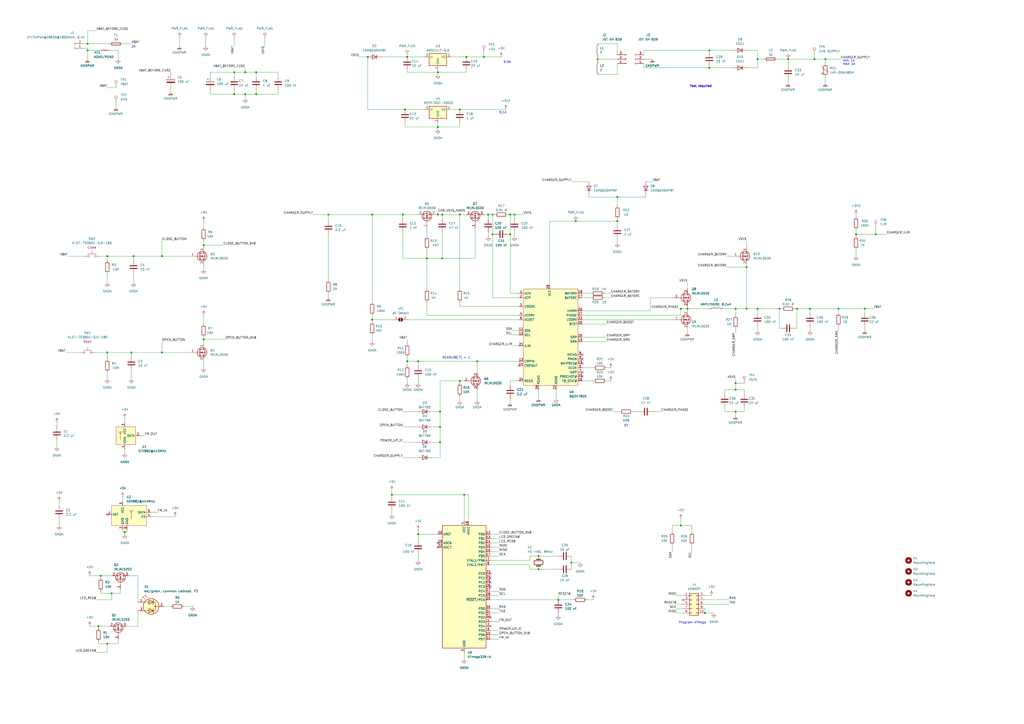
<source format=kicad_sch>
(kicad_sch (version 20230121) (generator eeschema)
  (paper "A2")
  (junction (at 190.5 124.46))
  (junction (at 411.48 29.21))
  (junction (at 411.48 39.37))
  (junction (at 58.42 334.01))
  (junction (at 426.72 179.07))
  (junction (at 358.14 128.27))
  (junction (at 142.24 41.91))
  (junction (at 62.23 373.38))
  (junction (at 295.91 135.89))
  (junction (at 266.7 220.98))
  (junction (at 280.67 33.02))
  (junction (at 295.91 124.46))
  (junction (at 270.51 33.02))
  (junction (at 148.59 54.61))
  (junction (at 233.68 124.46))
  (junction (at 62.23 204.47))
  (junction (at 50.8 25.4))
  (junction (at 331.47 326.39))
  (junction (at 285.75 124.46))
  (junction (at 312.42 330.2))
  (junction (at 255.27 256.54))
  (junction (at 93.98 148.59))
  (junction (at 247.65 149.86))
  (junction (at 462.28 179.07))
  (junction (at 276.86 209.55))
  (junction (at 508 135.89))
  (junction (at 433.07 154.94))
  (junction (at 452.12 179.07))
  (junction (at 439.42 179.07))
  (junction (at 501.65 179.07))
  (junction (at 236.22 33.02))
  (junction (at 255.27 247.65))
  (junction (at 256.54 124.46))
  (junction (at 118.11 142.24))
  (junction (at 135.89 41.91))
  (junction (at 142.24 54.61))
  (junction (at 472.44 34.29))
  (junction (at 312.42 322.58))
  (junction (at 215.9 185.42))
  (junction (at 457.2 34.29))
  (junction (at 486.41 179.07))
  (junction (at 266.7 124.46))
  (junction (at 62.23 148.59))
  (junction (at 496.57 135.89))
  (junction (at 283.21 124.46))
  (junction (at 334.01 128.27))
  (junction (at 57.15 363.22))
  (junction (at 426.72 222.25))
  (junction (at 236.22 209.55))
  (junction (at 469.9 179.07))
  (junction (at 118.11 196.85))
  (junction (at 77.47 148.59))
  (junction (at 93.98 204.47))
  (junction (at 478.79 34.29))
  (junction (at 346.71 34.29))
  (junction (at 227.33 287.02))
  (junction (at 254 124.46))
  (junction (at 50.8 29.21))
  (junction (at 234.95 63.5))
  (junction (at 256.54 149.86))
  (junction (at 426.72 226.06))
  (junction (at 433.07 179.07))
  (junction (at 398.78 179.07))
  (junction (at 135.89 54.61))
  (junction (at 213.36 33.02))
  (junction (at 242.57 209.55))
  (junction (at 394.97 304.8))
  (junction (at 266.7 63.5))
  (junction (at 254 41.91))
  (junction (at 64.77 344.17))
  (junction (at 298.45 124.46))
  (junction (at 358.14 114.3))
  (junction (at 148.59 41.91))
  (junction (at 72.39 308.61))
  (junction (at 426.72 238.76))
  (junction (at 215.9 124.46))
  (junction (at 255.27 238.76))
  (junction (at 254 73.66))
  (junction (at 242.57 309.88))
  (junction (at 408.94 355.6))
  (junction (at 285.75 135.89))
  (junction (at 269.24 287.02))
  (junction (at 76.2 204.47))
  (junction (at 394.97 179.07))
  (junction (at 323.85 347.98))
  (junction (at 439.42 34.29))
  (no_connect (at 337.82 208.28))
  (no_connect (at 337.82 205.74))
  (no_connect (at 337.82 218.44))
  (no_connect (at 284.48 335.28))
  (no_connect (at 254 314.96))
  (no_connect (at 284.48 363.22))
  (no_connect (at 284.48 358.14))
  (no_connect (at 62.23 298.45))
  (no_connect (at 284.48 332.74))
  (no_connect (at 337.82 215.9))
  (no_connect (at 254 317.5))
  (no_connect (at 284.48 340.36))
  (no_connect (at 396.24 347.98))
  (no_connect (at 300.99 212.09))
  (no_connect (at 337.82 210.82))
  (no_connect (at 284.48 337.82))
  (wire (pts (xy 394.97 304.8) (xy 389.89 304.8)))
  (wire (pts (xy 285.75 124.46) (xy 287.02 124.46)))
  (wire (pts (xy 34.29 300.99) (xy 34.29 304.8)))
  (wire (pts (xy 337.82 180.34) (xy 377.19 180.34)))
  (wire (pts (xy 118.11 196.85) (xy 118.11 199.39)))
  (wire (pts (xy 254 124.46) (xy 256.54 124.46)))
  (wire (pts (xy 55.88 204.47) (xy 62.23 204.47)))
  (wire (pts (xy 358.14 128.27) (xy 358.14 130.81)))
  (wire (pts (xy 71.12 25.4) (xy 76.2 25.4)))
  (wire (pts (xy 358.14 138.43) (xy 358.14 140.97)))
  (wire (pts (xy 298.45 124.46) (xy 303.53 124.46)))
  (wire (pts (xy 394.97 304.8) (xy 401.32 304.8)))
  (wire (pts (xy 93.98 139.7) (xy 93.98 148.59)))
  (wire (pts (xy 496.57 135.89) (xy 508 135.89)))
  (wire (pts (xy 486.41 189.23) (xy 486.41 191.77)))
  (wire (pts (xy 118.11 142.24) (xy 129.54 142.24)))
  (wire (pts (xy 408.94 347.98) (xy 422.91 347.98)))
  (wire (pts (xy 457.2 34.29) (xy 457.2 38.1)))
  (wire (pts (xy 58.42 344.17) (xy 58.42 342.9)))
  (wire (pts (xy 280.67 30.48) (xy 280.67 33.02)))
  (wire (pts (xy 135.89 21.59) (xy 135.89 26.67)))
  (wire (pts (xy 389.89 320.04) (xy 389.89 316.23)))
  (wire (pts (xy 93.98 204.47) (xy 110.49 204.47)))
  (wire (pts (xy 118.11 153.67) (xy 118.11 156.21)))
  (wire (pts (xy 284.48 345.44) (xy 289.56 345.44)))
  (wire (pts (xy 433.07 179.07) (xy 439.42 179.07)))
  (wire (pts (xy 294.64 135.89) (xy 295.91 135.89)))
  (wire (pts (xy 233.68 238.76) (xy 242.57 238.76)))
  (wire (pts (xy 295.91 135.89) (xy 295.91 170.18)))
  (wire (pts (xy 256.54 124.46) (xy 266.7 124.46)))
  (wire (pts (xy 254 41.91) (xy 270.51 41.91)))
  (wire (pts (xy 242.57 309.88) (xy 254 309.88)))
  (wire (pts (xy 346.71 33.02) (xy 346.71 34.29)))
  (wire (pts (xy 337.82 187.96) (xy 351.79 187.96)))
  (wire (pts (xy 161.29 52.07) (xy 161.29 54.61)))
  (wire (pts (xy 62.23 204.47) (xy 62.23 208.28)))
  (wire (pts (xy 478.79 34.29) (xy 487.68 34.29)))
  (wire (pts (xy 33.02 245.11) (xy 33.02 247.65)))
  (wire (pts (xy 426.72 190.5) (xy 426.72 193.04)))
  (wire (pts (xy 93.98 198.12) (xy 93.98 204.47)))
  (wire (pts (xy 350.52 172.72) (xy 354.33 172.72)))
  (wire (pts (xy 227.33 287.02) (xy 227.33 288.29)))
  (wire (pts (xy 256.54 124.46) (xy 256.54 127)))
  (wire (pts (xy 72.39 308.61) (xy 72.39 309.88)))
  (wire (pts (xy 153.67 21.59) (xy 153.67 26.67)))
  (wire (pts (xy 215.9 124.46) (xy 233.68 124.46)))
  (wire (pts (xy 256.54 149.86) (xy 275.59 149.86)))
  (wire (pts (xy 190.5 124.46) (xy 190.5 128.27)))
  (wire (pts (xy 33.02 255.27) (xy 33.02 259.08)))
  (wire (pts (xy 331.47 326.39) (xy 331.47 330.2)))
  (wire (pts (xy 284.48 365.76) (xy 289.56 365.76)))
  (wire (pts (xy 269.24 378.46) (xy 269.24 382.27)))
  (wire (pts (xy 401.32 304.8) (xy 401.32 308.61)))
  (wire (pts (xy 266.7 124.46) (xy 266.7 167.64)))
  (wire (pts (xy 236.22 40.64) (xy 236.22 41.91)))
  (wire (pts (xy 254 73.66) (xy 254 74.93)))
  (wire (pts (xy 295.91 170.18) (xy 300.99 170.18)))
  (wire (pts (xy 58.42 334.01) (xy 64.77 334.01)))
  (wire (pts (xy 346.71 34.29) (xy 346.71 35.56)))
  (wire (pts (xy 496.57 133.35) (xy 496.57 135.89)))
  (wire (pts (xy 284.48 314.96) (xy 289.56 314.96)))
  (wire (pts (xy 57.15 373.38) (xy 62.23 373.38)))
  (wire (pts (xy 68.58 370.84) (xy 68.58 373.38)))
  (wire (pts (xy 250.19 265.43) (xy 255.27 265.43)))
  (wire (pts (xy 295.91 220.98) (xy 300.99 220.98)))
  (wire (pts (xy 284.48 342.9) (xy 289.56 342.9)))
  (wire (pts (xy 393.7 179.07) (xy 394.97 179.07)))
  (wire (pts (xy 142.24 39.37) (xy 142.24 41.91)))
  (wire (pts (xy 457.2 34.29) (xy 472.44 34.29)))
  (wire (pts (xy 501.65 179.07) (xy 506.73 179.07)))
  (wire (pts (xy 135.89 54.61) (xy 121.92 54.61)))
  (wire (pts (xy 341.63 113.03) (xy 341.63 114.3)))
  (wire (pts (xy 439.42 189.23) (xy 439.42 191.77)))
  (wire (pts (xy 337.82 220.98) (xy 344.17 220.98)))
  (wire (pts (xy 486.41 179.07) (xy 501.65 179.07)))
  (wire (pts (xy 420.37 238.76) (xy 426.72 238.76)))
  (wire (pts (xy 462.28 179.07) (xy 469.9 179.07)))
  (wire (pts (xy 62.23 50.8) (xy 67.31 50.8)))
  (wire (pts (xy 236.22 207.01) (xy 236.22 209.55)))
  (wire (pts (xy 284.48 325.12) (xy 307.34 325.12)))
  (wire (pts (xy 50.8 17.78) (xy 50.8 25.4)))
  (wire (pts (xy 99.06 50.8) (xy 99.06 53.34)))
  (wire (pts (xy 247.65 144.78) (xy 247.65 149.86)))
  (wire (pts (xy 307.34 330.2) (xy 312.42 330.2)))
  (wire (pts (xy 346.71 34.29) (xy 358.14 34.29)))
  (wire (pts (xy 433.07 179.07) (xy 426.72 179.07)))
  (wire (pts (xy 161.29 54.61) (xy 148.59 54.61)))
  (wire (pts (xy 508 132.08) (xy 508 135.89)))
  (wire (pts (xy 233.68 124.46) (xy 233.68 127)))
  (wire (pts (xy 408.94 353.06) (xy 408.94 355.6)))
  (wire (pts (xy 247.65 182.88) (xy 300.99 182.88)))
  (wire (pts (xy 469.9 189.23) (xy 469.9 191.77)))
  (wire (pts (xy 284.48 317.5) (xy 289.56 317.5)))
  (wire (pts (xy 318.77 128.27) (xy 318.77 165.1)))
  (wire (pts (xy 373.38 34.29) (xy 378.46 34.29)))
  (wire (pts (xy 121.92 41.91) (xy 121.92 44.45)))
  (wire (pts (xy 135.89 41.91) (xy 121.92 41.91)))
  (wire (pts (xy 254 71.12) (xy 254 73.66)))
  (wire (pts (xy 411.48 39.37) (xy 425.45 39.37)))
  (wire (pts (xy 62.23 215.9) (xy 62.23 219.71)))
  (wire (pts (xy 284.48 360.68) (xy 289.56 360.68)))
  (wire (pts (xy 283.21 134.62) (xy 283.21 137.16)))
  (wire (pts (xy 121.92 52.07) (xy 121.92 54.61)))
  (wire (pts (xy 266.7 175.26) (xy 266.7 177.8)))
  (wire (pts (xy 486.41 179.07) (xy 486.41 181.61)))
  (wire (pts (xy 233.68 149.86) (xy 247.65 149.86)))
  (wire (pts (xy 81.28 252.73) (xy 83.82 252.73)))
  (wire (pts (xy 285.75 172.72) (xy 300.99 172.72)))
  (wire (pts (xy 118.11 142.24) (xy 118.11 143.51)))
  (wire (pts (xy 452.12 190.5) (xy 452.12 179.07)))
  (wire (pts (xy 73.66 363.22) (xy 80.01 363.22)))
  (wire (pts (xy 276.86 209.55) (xy 300.99 209.55)))
  (wire (pts (xy 63.5 29.21) (xy 68.58 29.21)))
  (wire (pts (xy 58.42 334.01) (xy 58.42 335.28)))
  (wire (pts (xy 496.57 124.46) (xy 496.57 125.73)))
  (wire (pts (xy 276.86 209.55) (xy 276.86 215.9)))
  (wire (pts (xy 106.68 351.79) (xy 111.76 351.79)))
  (wire (pts (xy 67.31 62.23) (xy 67.31 59.69)))
  (wire (pts (xy 457.2 48.26) (xy 457.2 45.72)))
  (wire (pts (xy 337.82 213.36) (xy 344.17 213.36)))
  (wire (pts (xy 142.24 54.61) (xy 142.24 57.15)))
  (wire (pts (xy 77.47 158.75) (xy 77.47 163.83)))
  (wire (pts (xy 254 40.64) (xy 254 41.91)))
  (wire (pts (xy 236.22 209.55) (xy 236.22 212.09)))
  (wire (pts (xy 48.26 27.94) (xy 50.8 27.94)))
  (wire (pts (xy 72.39 308.61) (xy 73.66 308.61)))
  (wire (pts (xy 431.8 236.22) (xy 431.8 238.76)))
  (wire (pts (xy 220.98 33.02) (xy 236.22 33.02)))
  (wire (pts (xy 496.57 144.78) (xy 496.57 148.59)))
  (wire (pts (xy 284.48 355.6) (xy 289.56 355.6)))
  (wire (pts (xy 411.48 38.1) (xy 411.48 39.37)))
  (wire (pts (xy 71.12 307.34) (xy 71.12 308.61)))
  (wire (pts (xy 87.63 299.72) (xy 101.6 299.72)))
  (wire (pts (xy 276.86 226.06) (xy 276.86 232.41)))
  (wire (pts (xy 426.72 179.07) (xy 426.72 182.88)))
  (wire (pts (xy 462.28 190.5) (xy 462.28 179.07)))
  (wire (pts (xy 215.9 185.42) (xy 215.9 186.69)))
  (wire (pts (xy 439.42 34.29) (xy 439.42 39.37)))
  (wire (pts (xy 337.82 172.72) (xy 342.9 172.72)))
  (wire (pts (xy 57.15 373.38) (xy 57.15 372.11)))
  (wire (pts (xy 269.24 287.02) (xy 227.33 287.02)))
  (wire (pts (xy 337.82 185.42) (xy 391.16 185.42)))
  (wire (pts (xy 323.85 347.98) (xy 332.74 347.98)))
  (wire (pts (xy 80.01 334.01) (xy 74.93 334.01)))
  (wire (pts (xy 215.9 185.42) (xy 228.6 185.42)))
  (wire (pts (xy 358.14 25.4) (xy 358.14 31.75)))
  (wire (pts (xy 374.65 114.3) (xy 374.65 113.03)))
  (wire (pts (xy 58.42 148.59) (xy 62.23 148.59)))
  (wire (pts (xy 439.42 179.07) (xy 452.12 179.07)))
  (wire (pts (xy 422.91 350.52) (xy 408.94 350.52)))
  (wire (pts (xy 255.27 220.98) (xy 255.27 238.76)))
  (wire (pts (xy 392.43 355.6) (xy 396.24 355.6)))
  (wire (pts (xy 62.23 158.75) (xy 62.23 163.83)))
  (wire (pts (xy 118.11 209.55) (xy 118.11 213.36)))
  (wire (pts (xy 411.48 29.21) (xy 411.48 30.48)))
  (wire (pts (xy 93.98 148.59) (xy 110.49 148.59)))
  (wire (pts (xy 227.33 295.91) (xy 227.33 298.45)))
  (wire (pts (xy 421.64 148.59) (xy 425.45 148.59)))
  (wire (pts (xy 346.71 25.4) (xy 358.14 25.4)))
  (wire (pts (xy 62.23 148.59) (xy 62.23 151.13)))
  (wire (pts (xy 367.03 238.76) (xy 370.84 238.76)))
  (wire (pts (xy 420.37 226.06) (xy 420.37 228.6)))
  (wire (pts (xy 71.12 288.29) (xy 71.12 290.83)))
  (wire (pts (xy 439.42 29.21) (xy 439.42 34.29)))
  (wire (pts (xy 266.7 220.98) (xy 269.24 220.98)))
  (wire (pts (xy 236.22 185.42) (xy 300.99 185.42)))
  (wire (pts (xy 270.51 41.91) (xy 270.51 40.64)))
  (wire (pts (xy 234.95 63.5) (xy 246.38 63.5)))
  (wire (pts (xy 208.28 33.02) (xy 213.36 33.02)))
  (wire (pts (xy 190.5 124.46) (xy 215.9 124.46)))
  (wire (pts (xy 55.88 347.98) (xy 64.77 347.98)))
  (wire (pts (xy 247.65 132.08) (xy 247.65 137.16)))
  (wire (pts (xy 250.19 247.65) (xy 255.27 247.65)))
  (wire (pts (xy 392.43 345.44) (xy 396.24 345.44)))
  (wire (pts (xy 283.21 124.46) (xy 283.21 127)))
  (wire (pts (xy 261.62 63.5) (xy 266.7 63.5)))
  (wire (pts (xy 234.95 71.12) (xy 234.95 73.66)))
  (wire (pts (xy 233.68 124.46) (xy 242.57 124.46)))
  (wire (pts (xy 99.06 41.91) (xy 99.06 43.18)))
  (wire (pts (xy 118.11 195.58) (xy 118.11 196.85)))
  (wire (pts (xy 478.79 34.29) (xy 478.79 36.83)))
  (wire (pts (xy 38.1 204.47) (xy 45.72 204.47)))
  (wire (pts (xy 213.36 63.5) (xy 213.36 33.02)))
  (wire (pts (xy 236.22 196.85) (xy 236.22 199.39)))
  (wire (pts (xy 373.38 29.21) (xy 411.48 29.21)))
  (wire (pts (xy 298.45 124.46) (xy 295.91 124.46)))
  (wire (pts (xy 295.91 231.14) (xy 295.91 233.68)))
  (wire (pts (xy 215.9 182.88) (xy 215.9 185.42)))
  (wire (pts (xy 355.6 238.76) (xy 359.41 238.76)))
  (wire (pts (xy 284.48 368.3) (xy 289.56 368.3)))
  (wire (pts (xy 439.42 179.07) (xy 439.42 181.61)))
  (wire (pts (xy 69.85 341.63) (xy 69.85 344.17)))
  (wire (pts (xy 426.72 226.06) (xy 431.8 226.06)))
  (wire (pts (xy 236.22 219.71) (xy 236.22 222.25)))
  (wire (pts (xy 398.78 163.83) (xy 398.78 167.64)))
  (wire (pts (xy 266.7 229.87) (xy 266.7 232.41)))
  (wire (pts (xy 284.48 312.42) (xy 289.56 312.42)))
  (wire (pts (xy 398.78 177.8) (xy 398.78 179.07)))
  (wire (pts (xy 215.9 124.46) (xy 215.9 175.26)))
  (wire (pts (xy 252.73 124.46) (xy 254 124.46)))
  (wire (pts (xy 354.33 220.98) (xy 351.79 220.98)))
  (wire (pts (xy 62.23 148.59) (xy 77.47 148.59)))
  (wire (pts (xy 501.65 189.23) (xy 501.65 191.77)))
  (wire (pts (xy 104.14 21.59) (xy 104.14 26.67)))
  (wire (pts (xy 346.71 43.18) (xy 358.14 43.18)))
  (wire (pts (xy 190.5 170.18) (xy 190.5 172.72)))
  (wire (pts (xy 247.65 175.26) (xy 247.65 182.88)))
  (wire (pts (xy 426.72 222.25) (xy 426.72 226.06)))
  (wire (pts (xy 433.07 29.21) (xy 439.42 29.21)))
  (wire (pts (xy 337.82 195.58) (xy 351.79 195.58)))
  (wire (pts (xy 68.58 29.21) (xy 68.58 34.29)))
  (wire (pts (xy 266.7 222.25) (xy 266.7 220.98)))
  (wire (pts (xy 350.52 170.18) (xy 354.33 170.18)))
  (wire (pts (xy 50.8 34.29) (xy 50.8 29.21)))
  (wire (pts (xy 270.51 124.46) (xy 266.7 124.46)))
  (wire (pts (xy 295.91 223.52) (xy 295.91 220.98)))
  (wire (pts (xy 215.9 194.31) (xy 215.9 198.12)))
  (wire (pts (xy 71.12 308.61) (xy 72.39 308.61)))
  (wire (pts (xy 391.16 172.72) (xy 377.19 172.72)))
  (wire (pts (xy 266.7 177.8) (xy 300.99 177.8)))
  (wire (pts (xy 76.2 214.63) (xy 76.2 219.71)))
  (wire (pts (xy 478.79 44.45) (xy 478.79 48.26)))
  (wire (pts (xy 181.61 124.46) (xy 190.5 124.46)))
  (wire (pts (xy 254 73.66) (xy 266.7 73.66)))
  (wire (pts (xy 73.66 308.61) (xy 73.66 307.34)))
  (wire (pts (xy 433.07 154.94) (xy 433.07 179.07)))
  (wire (pts (xy 242.57 307.34) (xy 242.57 309.88)))
  (wire (pts (xy 234.95 73.66) (xy 254 73.66)))
  (wire (pts (xy 50.8 29.21) (xy 58.42 29.21)))
  (wire (pts (xy 119.38 21.59) (xy 119.38 26.67)))
  (wire (pts (xy 398.78 179.07) (xy 411.48 179.07)))
  (wire (pts (xy 426.72 222.25) (xy 431.8 222.25)))
  (wire (pts (xy 420.37 226.06) (xy 426.72 226.06)))
  (wire (pts (xy 378.46 238.76) (xy 383.54 238.76)))
  (wire (pts (xy 271.78 302.26) (xy 271.78 287.02)))
  (wire (pts (xy 284.48 327.66) (xy 307.34 327.66)))
  (wire (pts (xy 462.28 179.07) (xy 461.01 179.07)))
  (wire (pts (xy 373.38 39.37) (xy 411.48 39.37)))
  (wire (pts (xy 161.29 44.45) (xy 161.29 41.91)))
  (wire (pts (xy 284.48 347.98) (xy 323.85 347.98)))
  (wire (pts (xy 394.97 182.88) (xy 394.97 179.07)))
  (wire (pts (xy 87.63 297.18) (xy 91.44 297.18)))
  (wire (pts (xy 255.27 220.98) (xy 266.7 220.98)))
  (wire (pts (xy 118.11 139.7) (xy 118.11 142.24)))
  (wire (pts (xy 331.47 326.39) (xy 336.55 326.39)))
  (wire (pts (xy 242.57 313.69) (xy 242.57 309.88)))
  (wire (pts (xy 72.39 260.35) (xy 72.39 262.89)))
  (wire (pts (xy 233.68 134.62) (xy 233.68 149.86)))
  (wire (pts (xy 408.94 345.44) (xy 412.75 345.44)))
  (wire (pts (xy 58.42 344.17) (xy 64.77 344.17)))
  (wire (pts (xy 261.62 33.02) (xy 270.51 33.02)))
  (wire (pts (xy 392.43 353.06) (xy 396.24 353.06)))
  (wire (pts (xy 284.48 322.58) (xy 289.56 322.58)))
  (wire (pts (xy 118.11 128.27) (xy 118.11 132.08)))
  (wire (pts (xy 508 135.89) (xy 514.35 135.89)))
  (wire (pts (xy 57.15 363.22) (xy 63.5 363.22)))
  (wire (pts (xy 34.29 290.83) (xy 34.29 293.37)))
  (wire (pts (xy 287.02 135.89) (xy 285.75 135.89)))
  (wire (pts (xy 469.9 179.07) (xy 486.41 179.07)))
  (wire (pts (xy 337.82 198.12) (xy 351.79 198.12)))
  (wire (pts (xy 420.37 236.22) (xy 420.37 238.76)))
  (wire (pts (xy 256.54 134.62) (xy 256.54 149.86)))
  (wire (pts (xy 55.88 378.46) (xy 62.23 378.46)))
  (wire (pts (xy 312.42 226.06) (xy 312.42 231.14)))
  (wire (pts (xy 501.65 179.07) (xy 501.65 181.61)))
  (wire (pts (xy 307.34 325.12) (xy 307.34 322.58)))
  (wire (pts (xy 307.34 327.66) (xy 307.34 330.2)))
  (wire (pts (xy 62.23 204.47) (xy 76.2 204.47)))
  (wire (pts (xy 280.67 124.46) (xy 283.21 124.46)))
  (wire (pts (xy 148.59 41.91) (xy 142.24 41.91)))
  (wire (pts (xy 236.22 41.91) (xy 254 41.91)))
  (wire (pts (xy 76.2 204.47) (xy 76.2 207.01)))
  (wire (pts (xy 453.39 190.5) (xy 452.12 190.5)))
  (wire (pts (xy 323.85 355.6) (xy 323.85 356.87)))
  (wire (pts (xy 93.98 148.59) (xy 77.47 148.59)))
  (wire (pts (xy 469.9 181.61) (xy 469.9 179.07)))
  (wire (pts (xy 142.24 54.61) (xy 135.89 54.61)))
  (wire (pts (xy 373.38 36.83) (xy 373.38 39.37)))
  (wire (pts (xy 285.75 135.89) (xy 285.75 124.46)))
  (wire (pts (xy 135.89 52.07) (xy 135.89 54.61)))
  (wire (pts (xy 439.42 39.37) (xy 433.07 39.37)))
  (wire (pts (xy 389.89 304.8) (xy 389.89 308.61)))
  (wire (pts (xy 358.14 114.3) (xy 374.65 114.3)))
  (wire (pts (xy 341.63 114.3) (xy 358.14 114.3)))
  (wire (pts (xy 496.57 135.89) (xy 496.57 137.16)))
  (wire (pts (xy 190.5 135.89) (xy 190.5 162.56)))
  (wire (pts (xy 52.07 363.22) (xy 57.15 363.22)))
  (wire (pts (xy 135.89 44.45) (xy 135.89 41.91)))
  (wire (pts (xy 297.18 194.31) (xy 300.99 194.31)))
  (wire (pts (xy 295.91 135.89) (xy 295.91 124.46)))
  (wire (pts (xy 373.38 29.21) (xy 373.38 31.75)))
  (wire (pts (xy 255.27 265.43) (xy 255.27 256.54)))
  (wire (pts (xy 247.65 167.64) (xy 247.65 149.86)))
  (wire (pts (xy 284.48 320.04) (xy 289.56 320.04)))
  (wire (pts (xy 233.68 247.65) (xy 242.57 247.65)))
  (wire (pts (xy 57.15 363.22) (xy 57.15 364.49)))
  (wire (pts (xy 254 41.91) (xy 254 43.18)))
  (wire (pts (xy 64.77 344.17) (xy 64.77 347.98)))
  (wire (pts (xy 148.59 52.07) (xy 148.59 54.61)))
  (wire (pts (xy 50.8 25.4) (xy 63.5 25.4)))
  (wire (pts (xy 283.21 124.46) (xy 285.75 124.46)))
  (wire (pts (xy 298.45 134.62) (xy 298.45 137.16)))
  (wire (pts (xy 233.68 265.43) (xy 242.57 265.43)))
  (wire (pts (xy 284.48 309.88) (xy 289.56 309.88)))
  (wire (pts (xy 284.48 370.84) (xy 289.56 370.84)))
  (wire (pts (xy 431.8 226.06) (xy 431.8 228.6)))
  (wire (pts (xy 452.12 179.07) (xy 453.39 179.07)))
  (wire (pts (xy 307.34 322.58) (xy 312.42 322.58)))
  (wire (pts (xy 118.11 182.88) (xy 118.11 187.96)))
  (wire (pts (xy 426.72 219.71) (xy 426.72 222.25)))
  (wire (pts (xy 408.94 355.6) (xy 414.02 355.6)))
  (wire (pts (xy 297.18 200.66) (xy 300.99 200.66)))
  (wire (pts (xy 95.25 351.79) (xy 99.06 351.79)))
  (wire (pts (xy 236.22 31.75) (xy 236.22 33.02)))
  (wire (pts (xy 394.97 300.99) (xy 394.97 304.8)))
  (wire (pts (xy 80.01 334.01) (xy 80.01 349.25)))
  (wire (pts (xy 398.78 190.5) (xy 398.78 193.04)))
  (wire (pts (xy 439.42 34.29) (xy 443.23 34.29)))
  (wire (pts (xy 312.42 322.58) (xy 323.85 322.58)))
  (wire (pts (xy 394.97 179.07) (xy 398.78 179.07)))
  (wire (pts (xy 433.07 139.7) (xy 433.07 143.51)))
  (wire (pts (xy 269.24 287.02) (xy 271.78 287.02)))
  (wire (pts (xy 401.32 320.04) (xy 401.32 316.23)))
  (wire (pts (xy 461.01 190.5) (xy 462.28 190.5)))
  (wire (pts (xy 48.26 25.4) (xy 50.8 25.4)))
  (wire (pts (xy 148.59 44.45) (xy 148.59 41.91)))
  (wire (pts (xy 297.18 191.77) (xy 300.99 191.77)))
  (wire (pts (xy 233.68 256.54) (xy 242.57 256.54)))
  (wire (pts (xy 242.57 209.55) (xy 276.86 209.55)))
  (wire (pts (xy 284.48 353.06) (xy 289.56 353.06)))
  (wire (pts (xy 80.01 363.22) (xy 80.01 354.33)))
  (wire (pts (xy 358.14 43.18) (xy 358.14 36.83)))
  (wire (pts (xy 62.23 378.46) (xy 62.23 373.38)))
  (wire (pts (xy 334.01 128.27) (xy 358.14 128.27)))
  (wire (pts (xy 450.85 34.29) (xy 457.2 34.29)))
  (wire (pts (xy 472.44 34.29) (xy 478.79 34.29)))
  (wire (pts (xy 213.36 63.5) (xy 234.95 63.5)))
  (wire (pts (xy 242.57 219.71) (xy 242.57 222.25)))
  (wire (pts (xy 250.19 238.76) (xy 255.27 238.76)))
  (wire (pts (xy 337.82 170.18) (xy 342.9 170.18)))
  (wire (pts (xy 55.88 17.78) (xy 50.8 17.78)))
  (wire (pts (xy 411.48 29.21) (xy 425.45 29.21)))
  (wire (pts (xy 374.65 105.41) (xy 378.46 105.41)))
  (wire (pts (xy 269.24 302.26) (xy 269.24 287.02)))
  (wire (pts (xy 419.1 179.07) (xy 426.72 179.07)))
  (wire (pts (xy 64.77 344.17) (xy 69.85 344.17)))
  (wire (pts (xy 39.37 148.59) (xy 48.26 148.59)))
  (wire (pts (xy 247.65 149.86) (xy 256.54 149.86)))
  (wire (pts (xy 331.47 322.58) (xy 331.47 326.39)))
  (wire (pts (xy 426.72 238.76) (xy 426.72 241.3)))
  (wire (pts (xy 340.36 347.98) (xy 344.17 347.98)))
  (wire (pts (xy 254 123.19) (xy 254 124.46)))
  (wire (pts (xy 298.45 127) (xy 298.45 124.46)))
  (wire (pts (xy 227.33 284.48) (xy 227.33 287.02)))
  (wire (pts (xy 323.85 345.44) (xy 323.85 347.98)))
  (wire (pts (xy 433.07 153.67) (xy 433.07 154.94)))
  (wire (pts (xy 322.58 226.06) (xy 322.58 231.14)))
  (wire (pts (xy 312.42 330.2) (xy 323.85 330.2)))
  (wire (pts (xy 270.51 33.02) (xy 280.67 33.02)))
  (wire (pts (xy 118.11 196.85) (xy 130.81 196.85)))
  (wire (pts (xy 337.82 182.88) (xy 394.97 182.88)))
  (wire (pts (xy 255.27 247.65) (xy 255.27 256.54)))
  (wire (pts (xy 52.07 334.01) (xy 58.42 334.01)))
  (wire (pts (xy 50.8 29.21) (xy 50.8 27.94)))
  (wire (pts (xy 242.57 209.55) (xy 242.57 212.09)))
  (wire (pts (xy 280.67 33.02) (xy 290.83 33.02)))
  (wire (pts (xy 275.59 149.86) (xy 275.59 132.08)))
  (wire (pts (xy 354.33 213.36) (xy 351.79 213.36)))
  (wire (pts (xy 161.29 41.91) (xy 148.59 41.91)))
  (wire (pts (xy 396.24 350.52) (xy 392.43 350.52)))
  (wire (pts (xy 255.27 238.76) (xy 255.27 247.65)))
  (wire (pts (xy 135.89 41.91) (xy 142.24 41.91)))
  (wire (pts (xy 472.44 31.75) (xy 472.44 34.29)))
  (wire (pts (xy 266.7 63.5) (xy 293.37 63.5)))
  (wire (pts (xy 77.47 151.13) (xy 77.47 148.59)))
  (wire (pts (xy 285.75 135.89) (xy 285.75 172.72)))
  (wire (pts (xy 318.77 128.27) (xy 334.01 128.27)))
  (wire (pts (xy 255.27 256.54) (xy 250.19 256.54)))
  (wire (pts (xy 242.57 321.31) (xy 242.57 325.12)))
  (wire (pts (xy 62.23 373.38) (xy 68.58 373.38)))
  (wire (pts (xy 148.59 54.61) (xy 142.24 54.61)))
  (wire (pts (xy 426.72 238.76) (xy 431.8 238.76)))
  (wire (pts (xy 236.22 209.55) (xy 242.57 209.55)))
  (wire (pts (xy 358.14 127) (xy 358.14 128.27)))
  (wire (pts (xy 398.78 179.07) (xy 398.78 180.34)))
  (wire (pts (xy 358.14 119.38) (xy 358.14 114.3)))
  (wire (pts (xy 72.39 242.57) (xy 72.39 245.11)))
  (wire (pts (xy 266.7 73.66) (xy 266.7 71.12)))
  (wire (pts (xy 331.47 105.41) (xy 341.63 105.41)))
  (wire (pts (xy 377.19 172.72) (xy 377.19 180.34)))
  (wire (pts (xy 421.64 154.94) (xy 433.07 154.94)))
  (wire (pts (xy 236.22 33.02) (xy 246.38 33.02)))
  (wire (pts (xy 93.98 204.47) (xy 76.2 204.47)))
  (wire (pts (xy 295.91 124.46) (xy 294.64 124.46)))
  (text "AVG 1A\nMAX 2A" (at 488.95 38.1 0) (effects (font (size 1.27 1.27)) (justify left bottom)))
  (text "REG0x3B[7] = 1" (at 256.54 208.28 0) (effects (font (size 1.27 1.27)) (justify left bottom)))
  (text "0?" (at 361.95 247.65 0) (effects (font (size 1.27 1.27)) (justify left bottom)))
  (text "2A" (at 76.2 27.94 0) (effects (font (size 1.27 1.27)) (justify left bottom)))
  (text "0.1A\n" (at 289.56 66.04 0) (effects (font (size 1.27 1.27)) (justify left bottom)))
  (text "0.5A" (at 292.1 36.83 0) (effects (font (size 1.27 1.27)) (justify left bottom)))
  (text "Test required" (at 400.05 50.8 0) (effects (font (size 1.27 1.27) (thickness 0.254) bold) (justify left bottom)))
  (text "Program ATMega" (at 393.7 361.95 0) (effects (font (size 1.27 1.27)) (justify left bottom)))
  (label "CHR_VSYS_NMOS" (at 254 123.19 0))
  (label "VBAT" (at 39.37 148.59 180))
  (label "MOSI" (at 392.43 345.44 180))
  (label "CLOSE_BUTTON" (at 93.98 139.7 0))
  (label "RXD" (at 422.91 347.98 0))
  (label "SCL" (at 289.56 345.44 0))
  (label "CHARGER_BOOST" (at 355.6 238.76 180))
  (label "VBAT" (at 76.2 25.4 0))
  (label "VSYS" (at 433.07 139.7 180))
  (label "VSYS" (at 426.72 219.71 180))
  (label "SDA" (at 297.18 191.77 180))
  (label "VBAT" (at 38.1 204.47 180))
  (label "VSYS" (at 303.53 124.46 0))
  (label "TXD" (at 422.91 350.52 0))
  (label "VBAT_BEFORE_FUSE" (at 142.24 39.37 180))
  (label "VSYS" (at 153.67 26.67 270))
  (label "CHARGER_BATSRC" (at 421.64 154.94 180))
  (label "OPEN_BUTTON" (at 233.68 247.65 180))
  (label "LED_GREEN#" (at 55.88 378.46 180))
  (label "MISO" (at 289.56 320.04 0))
  (label "POWER_UP_IC" (at 233.68 256.54 180))
  (label "CHARGER_SRP" (at 426.72 193.04 270))
  (label "VBAT" (at 506.73 179.07 0))
  (label "CHARGER_SRP" (at 351.79 195.58 0))
  (label "CHARGER_ILIM" (at 297.18 200.66 180))
  (label "SCK" (at 289.56 322.58 0))
  (label "MISO" (at 392.43 355.6 180))
  (label "CLOSE_BUTTON" (at 233.68 238.76 180))
  (label "CHARGER_SUPPLY" (at 181.61 124.46 180))
  (label "VSYS" (at 398.78 163.83 180))
  (label "VSYS" (at 208.28 33.02 180))
  (label "VBAT" (at 135.89 26.67 270))
  (label "CHARGER_SUPPLY" (at 487.68 34.29 0))
  (label "SCL" (at 401.32 320.04 270))
  (label "RXD" (at 289.56 353.06 0))
  (label "CHARGER_BATSRC" (at 354.33 172.72 0))
  (label "SDA" (at 289.56 342.9 0))
  (label "FM_IN" (at 91.44 297.18 0))
  (label "VBAT_BEFORE_FUSE" (at 55.88 17.78 0))
  (label "OPEN_BUTTON" (at 93.98 198.12 0))
  (label "SCK" (at 392.43 353.06 180))
  (label "OPEN_BUTTON_5V#" (at 130.81 196.85 0))
  (label "VBAT" (at 236.22 196.85 180))
  (label "CHARGER_SRN" (at 351.79 198.12 0))
  (label "CHARGER_SRN" (at 486.41 191.77 270))
  (label "CHARGER_PHASE" (at 383.54 238.76 0))
  (label "CHARGER_BOOST" (at 351.79 187.96 0))
  (label "MOSI" (at 289.56 317.5 0))
  (label "VBAT" (at 378.46 105.41 0))
  (label "VBAT_BEFORE_FUSE" (at 99.06 41.91 180))
  (label "CHARGER_BATDRV" (at 421.64 148.59 180))
  (label "CHARGER_SUPPLY" (at 331.47 105.41 180))
  (label "FM_IN" (at 289.56 370.84 0))
  (label "CHARGER_ILIM" (at 514.35 135.89 0))
  (label "TXD" (at 289.56 355.6 0))
  (label "VBAT" (at 62.23 50.8 180))
  (label "RESET#" (at 392.43 350.52 180))
  (label "SCL" (at 297.18 194.31 180))
  (label "CHARGER_SUPPLY" (at 233.68 265.43 180))
  (label "CLOSE_BUTTON_5V#" (at 289.56 309.88 0))
  (label "SDA" (at 389.89 320.04 270))
  (label "LED_RED#" (at 289.56 314.96 0))
  (label "LED_RED#" (at 55.88 347.98 180))
  (label "FM_OUT" (at 289.56 360.68 0))
  (label "LED_GREEN#" (at 289.56 312.42 0))
  (label "CLOSE_BUTTON_5V#" (at 129.54 142.24 0))
  (label "CHARGER_PHASE" (at 393.7 179.07 180))
  (label "CHARGER_BATDRV" (at 354.33 170.18 0))
  (label "RESET#" (at 323.85 345.44 0))
  (label "OPEN_BUTTON_5V#" (at 289.56 368.3 0))
  (label "POWER_UP_IC" (at 289.56 365.76 0))
  (label "FM_OUT" (at 83.82 252.73 0))
  (symbol (lib_id "power:+5V") (at 227.33 284.48 0) (unit 1)
    (property "Reference" "#PWR030" (effects hide))
    (property "Value" "+5V" (at 227.33 279.4 0))
  )
  (symbol (lib_id "power:GNDA") (at 358.14 140.97 0) (unit 1)
    (property "Reference" "#PWR053" (effects hide))
    (property "Value" "GNDA" (at 358.14 146.05 0))
  )
  (symbol (lib_id "Device:C") (at 323.85 351.79 0) (unit 1)
    (property "Reference" "C24" (at 327.66 350.52 0) (effects (justify left)))
    (property "Value" "100 nF" (at 327.66 353.06 0) (effects (justify left)))
    (property "Footprint" "Capacitor_SMD:C_0603_1608Metric" (effects hide))
  )
  (symbol (lib_id "Device:C") (at 358.14 134.62 0) (unit 1)
    (property "Reference" "C27" (at 361.95 133.35 0) (effects (justify left)))
    (property "Value" "1 uF" (at 361.95 135.89 0) (effects (justify left)))
    (property "Footprint" "Capacitor_SMD:C_0603_1608Metric" (effects hide))
  )
  (symbol (lib_id "power:GNDPWR") (at 295.91 233.68 0) (unit 1)
    (property "Reference" "#PWR044" (effects hide))
    (property "Value" "GNDPWR" (at 295.783 237.49 0))
  )
  (symbol (lib_id "Device:C") (at 256.54 130.81 0) (unit 1)
    (property "Reference" "C17" (at 260.35 129.54 0) (effects (justify left)))
    (property "Value" "47 nF" (at 260.35 132.08 0) (effects (justify left)))
    (property "Footprint" "Capacitor_SMD:C_0603_1608Metric" (effects hide))
  )
  (symbol (lib_id "power:GNDA") (at 215.9 198.12 0) (unit 1)
    (property "Reference" "#PWR029" (effects hide))
    (property "Value" "GNDA" (at 215.9 203.2 0))
  )
  (symbol (lib_id "power:GNDPWR") (at 50.8 34.29 0) (unit 1)
    (property "Reference" "#PWR05" (effects hide))
    (property "Value" "GNDPWR" (at 50.673 38.1 0))
  )
  (symbol (lib_id "power:PWR_FLAG") (at 236.22 31.75 0) (unit 1)
    (property "Reference" "#FLG04" (effects hide))
    (property "Value" "PWR_FLAG" (at 236.22 26.67 0))
  )
  (symbol (lib_id "Device:R") (at 236.22 215.9 180) (unit 1)
    (property "Reference" "R12" (at 232.41 214.63 0))
    (property "Value" "100K" (at 232.41 217.17 0))
    (property "Footprint" "Resistor_SMD:R_0805_2012Metric" (effects hide))
  )
  (symbol (lib_id "power:+5V") (at 394.97 300.99 0) (unit 1)
    (property "Reference" "#PWR055" (effects hide))
    (property "Value" "+5V" (at 394.97 295.91 0))
  )
  (symbol (lib_id "Device:C") (at 33.02 251.46 0) (unit 1)
    (property "Reference" "C1" (at 36.83 250.19 0) (effects (justify left)))
    (property "Value" "2.2 uF" (at 36.83 252.73 0) (effects (justify left)))
    (property "Footprint" "Capacitor_SMD:C_0603_1608Metric" (effects hide))
  )
  (symbol (lib_id "My_Library:SRX882") (at 73.66 298.45 0) (unit 1)
    (property "Reference" "U2" (at 73.3141 288.29 0) (effects (justify left)))
    (property "Value" "SRX882@443MHz" (at 73.3141 290.83 0) (effects (justify left)))
    (property "Footprint" "Library:SRX882_Vertical" (effects hide))
    (property "Datasheet" "https://www.smart-prototyping.com/image/data/9_Modules/101416%20SRX882%20Low%20Consumption%20Strong%20Driving%20Force%20Super%20Heterodyne%20Receiver%20Module/SRX882%20Datasheet.pdf" (effects hide))
  )
  (symbol (lib_id "Device:R") (at 426.72 186.69 180) (unit 1)
    (property "Reference" "R27" (at 422.91 185.42 0))
    (property "Value" "10" (at 422.91 187.96 0))
    (property "Footprint" "Resistor_SMD:R_0805_2012Metric" (effects hide))
  )
  (symbol (lib_id "power:+5V") (at 33.02 245.11 0) (unit 1)
    (property "Reference" "#PWR01" (effects hide))
    (property "Value" "+5V" (at 33.02 240.03 0))
  )
  (symbol (lib_id "Device:C") (at 411.48 34.29 0) (unit 1)
    (property "Reference" "C29" (at 415.29 33.02 0) (effects (justify left)))
    (property "Value" "10 nF" (at 415.29 35.56 0) (effects (justify left)))
    (property "Footprint" "Capacitor_SMD:C_0603_1608Metric" (effects hide))
  )
  (symbol (lib_id "Device:C") (at 439.42 185.42 0) (unit 1)
    (property "Reference" "C32" (at 443.23 184.15 0) (effects (justify left)))
    (property "Value" "100 nF" (at 443.23 186.69 0) (effects (justify left)))
    (property "Footprint" "Capacitor_SMD:C_0603_1608Metric" (effects hide))
  )
  (symbol (lib_id "power:PWR_FLAG") (at 457.2 34.29 0) (unit 1)
    (property "Reference" "#FLG06" (effects hide))
    (property "Value" "PWR_FLAG" (at 457.2 29.21 0))
  )
  (symbol (lib_id "power:GNDA") (at 439.42 191.77 0) (unit 1)
    (property "Reference" "#PWR060" (effects hide))
    (property "Value" "GNDA" (at 439.42 196.85 0))
  )
  (symbol (lib_id "Device:L") (at 415.29 179.07 90) (unit 1)
    (property "Reference" "L3" (at 415.29 173.99 90))
    (property "Value" "AMPLF0630, 8,2uH" (at 415.29 176.53 90))
    (property "Footprint" "Inductor_SMD:L_Abracon_ASPI-0630LR" (effects hide))
  )
  (symbol (lib_id "power:GNDA") (at 298.45 137.16 0) (unit 1)
    (property "Reference" "#PWR045" (effects hide))
    (property "Value" "GNDA" (at 298.45 142.24 0))
  )
  (symbol (lib_id "power:GNDA") (at 323.85 356.87 0) (unit 1)
    (property "Reference" "#PWR048" (effects hide))
    (property "Value" "GNDA" (at 323.85 361.95 0))
  )
  (symbol (lib_id "Device:R") (at 190.5 166.37 0) (unit 1)
    (property "Reference" "R8" (at 194.31 165.1 0))
    (property "Value" "2R" (at 194.31 167.64 0))
    (property "Footprint" "Resistor_SMD:R_0805_2012Metric" (effects hide))
  )
  (symbol (lib_id "power:GNDPWR") (at 501.65 191.77 0) (unit 1)
    (property "Reference" "#PWR066" (effects hide))
    (property "Value" "GNDPWR" (at 501.523 195.58 0))
  )
  (symbol (lib_id "Device:C") (at 242.57 317.5 0) (unit 1)
    (property "Reference" "C16" (at 234.95 316.23 0) (effects (justify left)))
    (property "Value" "100 nF" (at 233.68 320.04 0) (effects (justify left)))
    (property "Footprint" "Capacitor_SMD:C_0603_1608Metric" (effects hide))
  )
  (symbol (lib_id "Device:Crystal") (at 312.42 326.39 90) (unit 1)
    (property "Reference" "X1" (at 306.07 317.5 90) (effects (justify right)))
    (property "Value" "HC-49U, 8MHz" (at 306.07 320.04 90) (effects (justify right)))
    (property "Footprint" "Crystal:Crystal_HC49-U_Vertical" (effects hide))
  )
  (symbol (lib_id "Device:C_Polarized") (at 99.06 46.99 0) (unit 1)
    (property "Reference" "C5" (at 102.87 44.831 0) (effects (justify left)))
    (property "Value" "100 uF" (at 102.87 47.371 0) (effects (justify left)))
    (property "Footprint" "Capacitor_THT:CP_Radial_D6.3mm_P2.50mm" (effects hide))
  )
  (symbol (lib_id "power:GNDA") (at 236.22 222.25 0) (unit 1)
    (property "Reference" "#PWR032" (effects hide))
    (property "Value" "GNDA" (at 236.22 226.06 0))
  )
  (symbol (lib_id "Device:C") (at 161.29 48.26 180) (unit 1)
    (property "Reference" "C9" (at 165.1 46.99 0) (effects (justify right)))
    (property "Value" "100 nF" (at 165.1 49.53 0) (effects (justify right)))
    (property "Footprint" "Capacitor_SMD:C_0603_1608Metric" (effects hide))
  )
  (symbol (lib_id "Device:D") (at 246.38 256.54 180) (unit 1)
    (property "Reference" "D5" (at 246.38 250.19 0))
    (property "Value" "BAT760" (at 246.38 252.73 0))
    (property "Footprint" "Diode_SMD:D_SOD-323F" (effects hide))
    (property "Sim.Device" "D" (effects hide))
    (property "Sim.Pins" "1=K 2=A" (effects hide))
  )
  (symbol (lib_id "power:GNDA") (at 227.33 298.45 0) (unit 1)
    (property "Reference" "#PWR031" (effects hide))
    (property "Value" "GNDA" (at 227.33 303.53 0))
  )
  (symbol (lib_id "power:GNDA") (at 118.11 213.36 0) (unit 1)
    (property "Reference" "#PWR025" (effects hide))
    (property "Value" "GNDA" (at 118.11 218.44 0))
  )
  (symbol (lib_id "Device:C") (at 34.29 297.18 0) (unit 1)
    (property "Reference" "C2" (at 38.1 295.91 0) (effects (justify left)))
    (property "Value" "2.2 uF" (at 38.1 298.45 0) (effects (justify left)))
    (property "Footprint" "Capacitor_SMD:C_0603_1608Metric" (effects hide))
  )
  (symbol (lib_id "Device:R") (at 358.14 123.19 180) (unit 1)
    (property "Reference" "R23" (at 363.22 121.92 0))
    (property "Value" "10" (at 363.22 124.46 0))
    (property "Footprint" "Resistor_SMD:R_0805_2012Metric" (effects hide))
  )
  (symbol (lib_id "Device:C") (at 457.2 190.5 90) (unit 1)
    (property "Reference" "C34" (at 457.2 194.31 90))
    (property "Value" "100 nF" (at 457.2 196.85 90))
    (property "Footprint" "Capacitor_SMD:C_0603_1608Metric" (effects hide))
  )
  (symbol (lib_id "power:GNDA") (at 142.24 57.15 0) (unit 1)
    (property "Reference" "#PWR027" (effects hide))
    (property "Value" "GNDA" (at 142.24 62.23 0))
  )
  (symbol (lib_id "power:+5V") (at 52.07 363.22 0) (unit 1)
    (property "Reference" "#PWR07" (effects hide))
    (property "Value" "+5V" (at 52.07 358.14 0))
  )
  (symbol (lib_id "power:+5V") (at 354.33 220.98 0) (unit 1)
    (property "Reference" "#PWR052" (effects hide))
    (property "Value" "+5V" (at 354.33 215.9 0))
  )
  (symbol (lib_id "My_Library:STX882") (at 71.12 252.73 0) (unit 1)
    (property "Reference" "U1" (at 85.09 259.08 0) (effects (justify right)))
    (property "Value" "STX882@443MHz" (at 96.52 261.62 0) (effects (justify right)))
    (property "Footprint" "Library:STX882_Vertical" (effects hide))
    (property "Datasheet" "https://www.laskakit.cz/user/related_files/stx882.pdf" (effects hide))
  )
  (symbol (lib_id "Connector_Generic:Conn_02x05_Odd_Even") (at 401.32 350.52 0) (unit 1)
    (property "Reference" "J4" (at 402.59 339.09 0))
    (property "Value" "USBASP" (at 402.59 341.63 0))
    (property "Footprint" "Connector_PinHeader_2.54mm:PinHeader_2x05_P2.54mm_Vertical" (effects hide))
    (property "Sim.Device" "SPICE" (effects hide))
    (property "Sim.Params" "type=\"J\" model=\"USBASP\" lib=\"\"" (effects hide))
    (property "Sim.Pins" "1=1 2=2 3=3 4=4 5=5 6=6 7=7 8=8 9=9 10=10" (effects hide))
  )
  (symbol (lib_id "Device:R") (at 347.98 213.36 90) (unit 1)
    (property "Reference" "R21" (at 347.98 208.28 90))
    (property "Value" "10K" (at 347.98 210.82 90))
    (property "Footprint" "Resistor_SMD:R_0805_2012Metric" (effects hide))
  )
  (symbol (lib_id "Device:D") (at 429.26 39.37 180) (unit 1)
    (property "Reference" "D10" (at 429.26 33.02 0))
    (property "Value" "ES2J" (at 429.26 35.56 0))
    (property "Footprint" "Diode_SMD:D_SMB" (effects hide))
    (property "Sim.Device" "D" (effects hide))
    (property "Sim.Pins" "1=K 2=A" (effects hide))
  )
  (symbol (lib_id "Transistor_FET:IRLML0030") (at 275.59 127 270) (mirror x) (unit 1)
    (property "Reference" "Q7" (at 275.59 118.11 90))
    (property "Value" "IRLML0030" (at 275.59 120.65 90))
    (property "Footprint" "Package_TO_SOT_SMD:SOT-23" (effects hide))
    (property "Datasheet" "https://www.infineon.com/dgdl/irlml0030pbf.pdf?fileId=5546d462533600a401535664773825df" (effects hide))
  )
  (symbol (lib_id "Regulator_Linear:AMS1117-5.0") (at 254 33.02 0) (unit 1)
    (property "Reference" "U3" (at 254 26.67 0))
    (property "Value" "AMS1117-5.0" (at 254 29.21 0))
    (property "Footprint" "Package_TO_SOT_SMD:SOT-223-3_TabPin2" (effects hide))
    (property "Datasheet" "http://www.advanced-monolithic.com/pdf/ds1117.pdf" (effects hide))
  )
  (symbol (lib_id "Device:C") (at 190.5 132.08 0) (unit 1)
    (property "Reference" "C10" (at 194.31 130.81 0) (effects (justify left)))
    (property "Value" "2.2 uF" (at 194.31 133.35 0) (effects (justify left)))
    (property "Footprint" "Capacitor_SMD:C_0603_1608Metric" (effects hide))
  )
  (symbol (lib_id "power:GNDPWR") (at 312.42 231.14 0) (unit 1)
    (property "Reference" "#PWR046" (effects hide))
    (property "Value" "GNDPWR" (at 312.293 234.95 0))
  )
  (symbol (lib_id "Device:C") (at 431.8 232.41 0) (unit 1)
    (property "Reference" "C31" (at 434.34 231.1399 0) (effects (justify left)))
    (property "Value" "22 uF" (at 434.34 233.68 0) (effects (justify left)))
    (property "Footprint" "Capacitor_SMD:C_1210_3225Metric" (effects hide))
  )
  (symbol (lib_id "power:+5V") (at 118.11 182.88 0) (unit 1)
    (property "Reference" "#PWR024" (effects hide))
    (property "Value" "+5V" (at 118.11 177.8 0))
  )
  (symbol (lib_id "Device:Fuse") (at 447.04 34.29 90) (unit 1)
    (property "Reference" "F2" (at 447.04 29.21 90))
    (property "Value" "3A" (at 447.04 31.75 90))
    (property "Footprint" "Library:FuseHolder1808" (effects hide))
  )
  (symbol (lib_id "Transistor_FET:IRLML0030") (at 115.57 148.59 0) (unit 1)
    (property "Reference" "Q3" (at 121.92 147.3199 0) (effects (justify left)))
    (property "Value" "IRLML0030" (at 121.92 149.8599 0) (effects (justify left)))
    (property "Footprint" "Package_TO_SOT_SMD:SOT-23" (effects hide))
    (property "Datasheet" "https://www.infineon.com/dgdl/irlml0030pbf.pdf?fileId=5546d462533600a401535664773825df" (effects hide))
  )
  (symbol (lib_id "power:GNDA") (at 72.39 262.89 0) (unit 1)
    (property "Reference" "#PWR014" (effects hide))
    (property "Value" "GNDA" (at 72.39 267.97 0))
  )
  (symbol (lib_id "Device:C") (at 457.2 41.91 0) (unit 1)
    (property "Reference" "C33" (at 461.01 40.64 0) (effects (justify left)))
    (property "Value" "10 uF" (at 461.01 43.18 0) (effects (justify left)))
    (property "Footprint" "Capacitor_SMD:C_0603_1608Metric" (effects hide))
  )
  (symbol (lib_id "Jumper:SolderJumper_2_Open") (at 232.41 185.42 0) (unit 1)
    (property "Reference" "JP1" (at 232.41 179.07 0))
    (property "Value" "AC Detect" (at 232.41 181.61 0))
    (property "Footprint" "Jumper:SolderJumper-2_P1.3mm_Open_TrianglePad1.0x1.5mm" (effects hide))
  )
  (symbol (lib_id "Device:D") (at 341.63 109.22 90) (unit 1)
    (property "Reference" "D7" (at 344.17 107.95 90) (effects (justify right)))
    (property "Value" "15MQ030NPBF" (at 344.17 110.49 90) (effects (justify right)))
    (property "Footprint" "Diode_SMD:D_SMA" (effects hide))
    (property "Sim.Device" "D" (effects hide))
    (property "Sim.Pins" "1=K 2=A" (effects hide))
  )
  (symbol (lib_id "power:GNDA") (at 119.38 26.67 0) (unit 1)
    (property "Reference" "#PWR026" (effects hide))
    (property "Value" "GNDA" (at 119.38 31.75 0))
  )
  (symbol (lib_id "power:GNDA") (at 77.47 163.83 0) (unit 1)
    (property "Reference" "#PWR017" (effects hide))
    (property "Value" "GNDA" (at 77.47 168.91 0))
  )
  (symbol (lib_id "Transistor_FET:IRLML5203") (at 68.58 365.76 270) (mirror x) (unit 1)
    (property "Reference" "Q1" (at 64.77 356.87 90) (effects (justify left)))
    (property "Value" "IRLML5203" (at 64.77 359.41 90) (effects (justify left)))
    (property "Footprint" "Package_TO_SOT_SMD:SOT-23" (effects hide))
    (property "Datasheet" "https://www.infineon.com/dgdl/irlml5203pbf.pdf?fileId=5546d462533600a40153566868da261d" (effects hide))
  )
  (symbol (lib_id "Device:L") (at 346.71 39.37 180) (unit 1) (on_board no)
    (property "Reference" "L2" (at 347.98 38.1 0) (effects (justify right)))
    (property "Value" "?" (at 347.98 40.64 0) (effects (justify right)))
  )
  (symbol (lib_id "power:GNDA") (at 34.29 304.8 0) (unit 1)
    (property "Reference" "#PWR04" (effects hide))
    (property "Value" "GNDA" (at 34.29 309.88 0))
  )
  (symbol (lib_id "Device:R") (at 215.9 190.5 0) (unit 1)
    (property "Reference" "R10" (at 219.71 189.23 0))
    (property "Value" "45K" (at 219.71 191.77 0))
    (property "Footprint" "Resistor_SMD:R_0805_2012Metric" (effects hide))
  )
  (symbol (lib_id "Device:NetTie_2") (at 60.96 29.21 0) (unit 1) (in_bom no)
    (property "Reference" "NT1" (at 58.42 30.48 0) (effects (justify right)))
    (property "Value" "AGND/PGND" (at 66.04 33.02 0) (effects (justify right)))
    (property "Footprint" "NetTie:NetTie-2_SMD_Pad2.0mm" (effects hide))
  )
  (symbol (lib_id "Device:R") (at 57.15 368.3 180) (unit 1)
    (property "Reference" "R1" (at 59.69 367.03 0) (effects (justify right)))
    (property "Value" "10K" (at 59.69 369.57 0) (effects (justify right)))
    (property "Footprint" "Resistor_SMD:R_0805_2012Metric" (effects hide))
  )
  (symbol (lib_id "power:GNDA") (at 322.58 231.14 0) (unit 1)
    (property "Reference" "#PWR047" (effects hide))
    (property "Value" "GNDA" (at 322.58 234.95 0))
  )
  (symbol (lib_id "Device:R") (at 266.7 226.06 0) (unit 1)
    (property "Reference" "R16" (at 270.51 224.79 0))
    (property "Value" "10K" (at 270.51 227.33 0))
    (property "Footprint" "Resistor_SMD:R_0805_2012Metric" (effects hide))
  )
  (symbol (lib_id "Device:C") (at 242.57 215.9 180) (unit 1)
    (property "Reference" "C15" (at 246.38 214.63 0) (effects (justify right)))
    (property "Value" "100 nF" (at 246.38 217.17 0) (effects (justify right)))
    (property "Footprint" "Capacitor_SMD:C_0603_1608Metric" (effects hide))
  )
  (symbol (lib_id "power:+3V3") (at 496.57 124.46 0) (unit 1)
    (property "Reference" "#PWR064" (effects hide))
    (property "Value" "+3V3" (at 496.57 119.38 0))
  )
  (symbol (lib_id "Device:C") (at 77.47 154.94 180) (unit 1)
    (property "Reference" "C4" (at 81.28 153.67 0) (effects (justify right)))
    (property "Value" "10 nF" (at 81.28 156.21 0) (effects (justify right)))
    (property "Footprint" "Capacitor_SMD:C_0603_1608Metric" (effects hide))
  )
  (symbol (lib_id "power:GNDPWR") (at 104.14 26.67 0) (unit 1)
    (property "Reference" "#PWR020" (effects hide))
    (property "Value" "GNDPWR" (at 104.013 30.48 0))
  )
  (symbol (lib_id "power:GNDA") (at 68.58 34.29 0) (unit 1)
    (property "Reference" "#PWR011" (effects hide))
    (property "Value" "GNDA" (at 68.58 39.37 0))
  )
  (symbol (lib_id "Connector:Conn_01x02_Socket") (at 43.18 27.94 180) (unit 1)
    (property "Reference" "J1" (at 41.91 19.05 0))
    (property "Value" "2*LiFePo4@18650@1800mAh, 6,4V" (at 32.385 21.59 0))
    (property "Footprint" "Connector_PinSocket_2.54mm:PinSocket_1x02_P2.54mm_Vertical" (effects hide))
  )
  (symbol (lib_id "Transistor_FET:IRLML0030") (at 115.57 204.47 0) (unit 1)
    (property "Reference" "Q4" (at 121.92 203.1999 0) (effects (justify left)))
    (property "Value" "IRLML0030" (at 121.92 205.7399 0) (effects (justify left)))
    (property "Footprint" "Package_TO_SOT_SMD:SOT-23" (effects hide))
    (property "Datasheet" "https://www.infineon.com/dgdl/irlml0030pbf.pdf?fileId=5546d462533600a401535664773825df" (effects hide))
  )
  (symbol (lib_id "Device:C_Polarized") (at 121.92 48.26 0) (unit 1)
    (property "Reference" "C6" (at 125.73 46.101 0) (effects (justify left)))
    (property "Value" "100 uF" (at 125.73 48.641 0) (effects (justify left)))
    (property "Footprint" "Capacitor_THT:CP_Radial_D6.3mm_P2.50mm" (effects hide))
  )
  (symbol (lib_id "power:GNDPWR") (at 426.72 241.3 0) (unit 1)
    (property "Reference" "#PWR059" (effects hide))
    (property "Value" "GNDPWR" (at 426.593 245.11 0))
  )
  (symbol (lib_id "Device:R") (at 247.65 140.97 0) (unit 1)
    (property "Reference" "R13" (at 251.46 139.7 0))
    (property "Value" "4R7" (at 252.73 142.24 0))
    (property "Footprint" "Resistor_SMD:R_0805_2012Metric" (effects hide))
  )
  (symbol (lib_id "Mechanical:MountingHole") (at 527.05 337.82 0) (unit 1)
    (property "Reference" "H3" (at 529.59 336.55 0) (effects (justify left)))
    (property "Value" "MountingHole" (at 529.59 339.09 0) (effects (justify left)))
    (property "Footprint" "MountingHole:MountingHole_2.2mm_M2" (effects hide))
  )
  (symbol (lib_id "Device:R") (at 457.2 179.07 90) (unit 1)
    (property "Reference" "R28" (at 457.2 173.99 90))
    (property "Value" "0.01 R" (at 457.2 176.53 90))
    (property "Footprint" "Resistor_SMD:R_1206_3216Metric" (effects hide))
  )
  (symbol (lib_id "power:+5V") (at 290.83 33.02 0) (unit 1)
    (property "Reference" "#PWR042" (effects hide))
    (property "Value" "+5V" (at 290.83 27.94 0))
  )
  (symbol (lib_id "Device:C") (at 374.65 238.76 90) (unit 1)
    (property "Reference" "C28" (at 374.65 231.14 90))
    (property "Value" "47 nF" (at 374.65 233.68 90))
    (property "Footprint" "Capacitor_SMD:C_0603_1608Metric" (effects hide))
  )
  (symbol (lib_id "power:GNDA") (at 283.21 137.16 0) (unit 1)
    (property "Reference" "#PWR041" (effects hide))
    (property "Value" "GNDA" (at 283.21 142.24 0))
  )
  (symbol (lib_id "power:GNDA") (at 62.23 219.71 0) (unit 1)
    (property "Reference" "#PWR09" (effects hide))
    (property "Value" "GNDA" (at 62.23 224.79 0))
  )
  (symbol (lib_id "power:+5V") (at 101.6 299.72 0) (unit 1)
    (property "Reference" "#PWR019" (effects hide))
    (property "Value" "+5V" (at 101.6 294.64 0))
  )
  (symbol (lib_id "Device:R") (at 118.11 135.89 180) (unit 1)
    (property "Reference" "R6" (at 121.92 134.62 0))
    (property "Value" "10K" (at 121.92 137.16 0))
    (property "Footprint" "Resistor_SMD:R_0805_2012Metric" (effects hide))
  )
  (symbol (lib_id "power:GNDPWR") (at 378.46 34.29 0) (unit 1)
    (property "Reference" "#PWR054" (effects hide))
    (property "Value" "GNDPWR" (at 378.333 38.1 0))
  )
  (symbol (lib_id "power:+5V") (at 71.12 288.29 0) (unit 1)
    (property "Reference" "#PWR012" (effects hide))
    (property "Value" "+5V" (at 71.12 283.21 0))
  )
  (symbol (lib_id "Device:C") (at 266.7 67.31 180) (unit 1)
    (property "Reference" "C18" (at 270.51 66.04 0) (effects (justify right)))
    (property "Value" "1 uF" (at 270.51 68.58 0) (effects (justify right)))
    (property "Footprint" "Capacitor_SMD:C_0603_1608Metric" (effects hide))
  )
  (symbol (lib_id "power:+5V") (at 354.33 213.36 0) (unit 1)
    (property "Reference" "#PWR051" (effects hide))
    (property "Value" "+5V" (at 354.33 208.28 0))
  )
  (symbol (lib_id "Connector:TestPoint") (at 280.67 30.48 0) (unit 1)
    (property "Reference" "TP3" (at 283.21 25.908 0) (effects (justify left)))
    (property "Value" "+5V" (at 283.21 28.448 0) (effects (justify left)))
    (property "Footprint" "TestPoint:TestPoint_Pad_D1.0mm" (effects hide))
  )
  (symbol (lib_id "Device:D") (at 246.38 247.65 180) (unit 1)
    (property "Reference" "D4" (at 246.38 241.3 0))
    (property "Value" "BAT760" (at 246.38 243.84 0))
    (property "Footprint" "Diode_SMD:D_SOD-323F" (effects hide))
    (property "Sim.Device" "D" (effects hide))
    (property "Sim.Pins" "1=K 2=A" (effects hide))
  )
  (symbol (lib_id "Device:C") (at 236.22 36.83 0) (unit 1)
    (property "Reference" "C14" (at 238.76 35.5599 0) (effects (justify left)))
    (property "Value" "22 uF" (at 238.76 38.1 0) (effects (justify left)))
    (property "Footprint" "Capacitor_SMD:C_1210_3225Metric" (effects hide))
  )
  (symbol (lib_id "Mechanical:MountingHole") (at 527.05 325.12 0) (unit 1)
    (property "Reference" "H1" (at 529.59 323.85 0) (effects (justify left)))
    (property "Value" "MountingHole" (at 529.59 326.39 0) (effects (justify left)))
    (property "Footprint" "MountingHole:MountingHole_2.2mm_M2" (effects hide))
  )
  (symbol (lib_id "Device:R") (at 336.55 347.98 90) (unit 1)
    (property "Reference" "R18" (at 336.55 342.9 90))
    (property "Value" "10K" (at 336.55 345.44 90))
    (property "Footprint" "Resistor_SMD:R_0805_2012Metric" (effects hide))
  )
  (symbol (lib_id "Connector:TestPoint") (at 67.31 50.8 0) (unit 1)
    (property "Reference" "TP1" (at 69.85 46.228 0) (effects (justify left)))
    (property "Value" "VBAT" (at 69.85 48.768 0) (effects (justify left)))
    (property "Footprint" "TestPoint:TestPoint_Pad_D1.0mm" (effects hide))
  )
  (symbol (lib_id "Connector:TestPoint") (at 472.44 31.75 0) (unit 1)
    (property "Reference" "TP5" (at 474.98 27.178 0) (effects (justify left)))
    (property "Value" "CHG SUPPLY" (at 474.98 29.718 0) (effects (justify left)))
    (property "Footprint" "TestPoint:TestPoint_Pad_D1.0mm" (effects hide))
  )
  (symbol (lib_id "power:PWR_FLAG") (at 119.38 21.59 0) (unit 1)
    (property "Reference" "#FLG02" (effects hide))
    (property "Value" "PWR_FLAG" (at 119.38 16.51 0))
  )
  (symbol (lib_id "Device:R") (at 215.9 179.07 0) (unit 1)
    (property "Reference" "R9" (at 219.71 177.8 0))
    (property "Value" "100K" (at 220.98 180.34 0))
    (property "Footprint" "Resistor_SMD:R_0805_2012Metric" (effects hide))
  )
  (symbol (lib_id "power:GNDA") (at 111.76 351.79 0) (unit 1)
    (property "Reference" "#PWR021" (effects hide))
    (property "Value" "GNDA" (at 111.76 356.87 0))
  )
  (symbol (lib_id "Device:R") (at 290.83 124.46 90) (unit 1)
    (property "Reference" "R17" (at 290.83 119.38 90))
    (property "Value" "0.01 R" (at 290.83 121.92 90))
    (property "Footprint" "Resistor_SMD:R_1206_3216Metric" (effects hide))
  )
  (symbol (lib_id "power:PWR_FLAG") (at 104.14 21.59 0) (unit 1)
    (property "Reference" "#FLG01" (effects hide))
    (property "Value" "PWR_FLAG" (at 104.14 16.51 0))
  )
  (symbol (lib_id "power:+5V") (at 344.17 347.98 0) (unit 1)
    (property "Reference" "#PWR050" (effects hide))
    (property "Value" "+5V" (at 344.17 342.9 0))
  )
  (symbol (lib_id "Device:R") (at 363.22 238.76 270) (unit 1)
    (property "Reference" "R24" (at 363.22 241.3 90))
    (property "Value" "6R8" (at 363.22 243.84 90))
    (property "Footprint" "Resistor_SMD:R_0805_2012Metric" (effects hide))
  )
  (symbol (lib_id "power:GNDA") (at 254 74.93 0) (unit 1)
    (property "Reference" "#PWR037" (effects hide))
    (property "Value" "GNDA" (at 254 80.01 0))
  )
  (symbol (lib_id "power:GNDPWR") (at 478.79 48.26 0) (unit 1)
    (property "Reference" "#PWR063" (effects hide))
    (property "Value" "GNDPWR" (at 478.663 52.07 0))
  )
  (symbol (lib_id "Connector:TestPoint") (at 431.8 222.25 0) (unit 1)
    (property "Reference" "TP4" (at 434.34 217.678 0) (effects (justify left)))
    (property "Value" "VSYS" (at 434.34 220.218 0) (effects (justify left)))
    (property "Footprint" "TestPoint:TestPoint_Pad_D1.0mm" (effects hide))
  )
  (symbol (lib_id "power:GNDA") (at 72.39 309.88 0) (unit 1)
    (property "Reference" "#PWR015" (effects hide))
    (property "Value" "GNDA" (at 72.39 314.96 0))
  )
  (symbol (lib_id "power:GNDA") (at 496.57 148.59 0) (unit 1)
    (property "Reference" "#PWR065" (effects hide))
    (property "Value" "GNDA" (at 496.57 153.67 0))
  )
  (symbol (lib_id "power:GNDPWR") (at 99.06 53.34 0) (unit 1)
    (property "Reference" "#PWR018" (effects hide))
    (property "Value" "GNDPWR" (at 98.933 57.15 0))
  )
  (symbol (lib_id "Regulator_Linear:AMS1117-3.3") (at 254 63.5 0) (unit 1)
    (property "Reference" "U4" (at 254 57.15 0))
    (property "Value" " MCP1703T-3302E" (at 254 59.69 0))
    (property "Footprint" "Package_TO_SOT_SMD:SOT-23" (effects hide))
    (property "Datasheet" "http://www.advanced-monolithic.com/pdf/ds1117.pdf" (effects hide))
  )
  (symbol (lib_id "Device:D") (at 374.65 109.22 90) (unit 1)
    (property "Reference" "D8" (at 377.19 107.95 90) (effects (justify right)))
    (property "Value" "15MQ030NPBF" (at 377.19 110.49 90) (effects (justify right)))
    (property "Footprint" "Diode_SMD:D_SMA" (effects hide))
    (property "Sim.Device" "D" (effects hide))
    (property "Sim.Pins" "1=K 2=A" (effects hide))
  )
  (symbol (lib_id "Device:D") (at 246.38 238.76 180) (unit 1)
    (property "Reference" "D3" (at 246.38 233.68 0))
    (property "Value" "BAT760" (at 246.38 236.22 0))
    (property "Footprint" "Diode_SMD:D_SOD-323F" (effects hide))
    (property "Sim.Device" "D" (effects hide))
    (property "Sim.Pins" "1=K 2=A" (effects hide))
  )
  (symbol (lib_id "My_Library:BQ24780S") (at 317.5 193.04 0) (unit 1)
    (property "Reference" "U6" (at 330.2 227.33 0) (effects (justify left)))
    (property "Value" "BQ24780S" (at 335.28 229.87 0))
    (property "Footprint" "Package_DFN_QFN:QFN-28-1EP_4x4mm_P0.4mm_EP2.6x2.6mm_ThermalVias" (effects hide))
    (property "Datasheet" "https://4ip.info/files/attachments/BQ24780S.pdf" (effects hide))
  )
  (symbol (lib_id "Device:D") (at 217.17 33.02 180) (unit 1)
    (property "Reference" "D2" (at 217.17 26.67 0))
    (property "Value" "15MQ030NPBF" (at 217.17 29.21 0))
    (property "Footprint" "Diode_SMD:D_SMA" (effects hide))
    (property "Sim.Device" "D" (effects hide))
    (property "Sim.Pins" "1=K 2=A" (effects hide))
  )
  (symbol (lib_id "Device:R") (at 247.65 171.45 0) (unit 1)
    (property "Reference" "R14" (at 251.46 170.18 0))
    (property "Value" "4K" (at 251.46 172.72 0))
    (property "Footprint" "Resistor_SMD:R_0805_2012Metric" (effects hide))
  )
  (symbol (lib_id "power:+5V") (at 52.07 334.01 0) (unit 1)
    (property "Reference" "#PWR06" (effects hide))
    (property "Value" "+5V" (at 52.07 328.93 0))
  )
  (symbol (lib_id "Transistor_FET:IRLML5203") (at 69.85 336.55 270) (mirror x) (unit 1)
    (property "Reference" "Q2" (at 66.04 327.66 90) (effects (justify left)))
    (property "Value" "IRLML5203" (at 66.04 330.2 90) (effects (justify left)))
    (property "Footprint" "Package_TO_SOT_SMD:SOT-23" (effects hide))
    (property "Datasheet" "https://www.infineon.com/dgdl/irlml5203pbf.pdf?fileId=5546d462533600a40153566868da261d" (effects hide))
  )
  (symbol (lib_id "Transistor_FET:IRLML0030") (at 247.65 127 90) (unit 1)
    (property "Reference" "Q5" (at 247.65 118.11 90))
    (property "Value" "IRLML0030" (at 247.65 120.65 90))
    (property "Footprint" "Package_TO_SOT_SMD:SOT-23" (effects hide))
    (property "Datasheet" "https://www.infineon.com/dgdl/irlml0030pbf.pdf?fileId=5546d462533600a401535664773825df" (effects hide))
  )
  (symbol (lib_id "MCU_Microchip_ATmega:ATmega328-A") (at 269.24 340.36 0) (unit 1)
    (property "Reference" "U5" (at 271.1959 378.46 0) (effects (justify left)))
    (property "Value" "ATmega328-A" (at 271.1959 381 0) (effects (justify left)))
    (property "Footprint" "Package_QFP:TQFP-32_7x7mm_P0.8mm" (effects hide))
    (property "Datasheet" "http://ww1.microchip.com/downloads/en/DeviceDoc/ATmega328_P%20AVR%20MCU%20with%20picoPower%20Technology%20Data%20Sheet%2040001984A.pdf" (effects hide))
  )
  (symbol (lib_id "Device:C") (at 295.91 227.33 0) (unit 1)
    (property "Reference" "C22" (at 299.72 226.06 0) (effects (justify left)))
    (property "Value" "2.2 uF" (at 299.72 228.6 0) (effects (justify left)))
    (property "Footprint" "Capacitor_SMD:C_0603_1608Metric" (effects hide))
  )
  (symbol (lib_id "Device:C") (at 135.89 48.26 0) (unit 1)
    (property "Reference" "C7" (at 138.43 46.9899 0) (effects (justify left)))
    (property "Value" "22 uF" (at 138.43 49.53 0) (effects (justify left)))
    (property "Footprint" "Capacitor_SMD:C_1210_3225Metric" (effects hide))
  )
  (symbol (lib_id "power:GNDA") (at 254 43.18 0) (unit 1)
    (property "Reference" "#PWR036" (effects hide))
    (property "Value" "GNDA" (at 254 48.26 0))
  )
  (symbol (lib_id "Device:C") (at 469.9 185.42 0) (unit 1)
    (property "Reference" "C35" (at 473.71 184.15 0) (effects (justify left)))
    (property "Value" "100 nF" (at 473.71 186.69 0) (effects (justify left)))
    (property "Footprint" "Capacitor_SMD:C_0603_1608Metric" (effects hide))
  )
  (symbol (lib_id "Device:C") (at 420.37 232.41 0) (unit 1)
    (property "Reference" "C30" (at 422.91 231.1399 0) (effects (justify left)))
    (property "Value" "22 uF" (at 422.91 233.68 0) (effects (justify left)))
    (property "Footprint" "Capacitor_SMD:C_1210_3225Metric" (effects hide))
  )
  (symbol (lib_id "Device:R") (at 346.71 172.72 270) (unit 1)
    (property "Reference" "R20" (at 345.44 175.26 90))
    (property "Value" "10" (at 350.52 175.26 90))
    (property "Footprint" "Resistor_SMD:R_0805_2012Metric" (effects hide))
  )
  (symbol (lib_id "Switch:SW_Push") (at 53.34 148.59 0) (mirror y) (unit 1)
    (property "Reference" "SW2" (at 53.34 138.43 0))
    (property "Value" "KLS7-TS3601-5.0-180" (at 53.34 140.97 0))
    (property "Footprint" "Library:SW_PUSH_P6.5_W3.5" (effects hide))
    (property "Поле4" "Close" (at 53.34 143.51 0))
  )
  (symbol (lib_id "power:GNDA") (at 76.2 219.71 0) (unit 1)
    (property "Reference" "#PWR016" (effects hide))
    (property "Value" "GNDA" (at 76.2 224.79 0))
  )
  (symbol (lib_id "power:GNDA") (at 276.86 232.41 0) (unit 1)
    (property "Reference" "#PWR040" (effects hide))
    (property "Value" "GNDA" (at 276.86 236.22 0))
  )
  (symbol (lib_id "Device:R") (at 236.22 203.2 180) (unit 1)
    (property "Reference" "R11" (at 232.41 201.93 0))
    (property "Value" "100K" (at 232.41 204.47 0))
    (property "Footprint" "Resistor_SMD:R_0805_2012Metric" (effects hide))
  )
  (symbol (lib_id "Device:C") (at 298.45 130.81 0) (unit 1)
    (property "Reference" "C23" (at 302.26 129.54 0) (effects (justify left)))
    (property "Value" "100 nF" (at 302.26 132.08 0) (effects (justify left)))
    (property "Footprint" "Capacitor_SMD:C_0603_1608Metric" (effects hide))
  )
  (symbol (lib_id "Device:R") (at 347.98 220.98 90) (unit 1)
    (property "Reference" "R22" (at 347.98 215.9 90))
    (property "Value" "10K" (at 347.98 218.44 90))
    (property "Footprint" "Resistor_SMD:R_0805_2012Metric" (effects hide))
  )
  (symbol (lib_id "power:GNDA") (at 269.24 382.27 0) (unit 1)
    (property "Reference" "#PWR039" (effects hide))
    (property "Value" "GNDA" (at 269.24 387.35 0))
  )
  (symbol (lib_id "power:GNDA") (at 414.02 355.6 0) (unit 1)
    (property "Reference" "#PWR058" (effects hide))
    (property "Value" "GNDA" (at 414.02 360.68 0))
  )
  (symbol (lib_id "Device:C") (at 290.83 135.89 90) (unit 1)
    (property "Reference" "C21" (at 290.83 139.7 90))
    (property "Value" "100 nF" (at 290.83 142.24 90))
    (property "Footprint" "Capacitor_SMD:C_0603_1608Metric" (effects hide))
  )
  (symbol (lib_id "power:+5V") (at 118.11 128.27 0) (unit 1)
    (property "Reference" "#PWR022" (effects hide))
    (property "Value" "+5V" (at 118.11 123.19 0))
  )
  (symbol (lib_id "power:PWR_FLAG") (at 334.01 128.27 0) (unit 1)
    (property "Reference" "#FLG05" (effects hide))
    (property "Value" "PWR_FLAG" (at 334.01 123.19 0))
  )
  (symbol (lib_id "Device:C") (at 76.2 210.82 180) (unit 1)
    (property "Reference" "C3" (at 80.01 209.55 0) (effects (justify right)))
    (property "Value" "10 nF" (at 80.01 212.09 0) (effects (justify right)))
    (property "Footprint" "Capacitor_SMD:C_0603_1608Metric" (effects hide))
  )
  (symbol (lib_id "Device:R") (at 58.42 339.09 180) (unit 1)
    (property "Reference" "R2" (at 60.96 337.82 0) (effects (justify right)))
    (property "Value" "10K" (at 60.96 340.36 0) (effects (justify right)))
    (property "Footprint" "Resistor_SMD:R_0805_2012Metric" (effects hide))
  )
  (symbol (lib_id "Device:R") (at 62.23 154.94 0) (unit 1)
    (property "Reference" "R3" (at 66.04 153.67 0))
    (property "Value" "10K" (at 67.31 156.21 0))
    (property "Footprint" "Resistor_SMD:R_0805_2012Metric" (effects hide))
  )
  (symbol (lib_id "Device:R") (at 401.32 312.42 0) (unit 1)
    (property "Reference" "R26" (at 398.78 311.15 0) (effects (justify right)))
    (property "Value" "10K" (at 398.78 313.69 0) (effects (justify right)))
    (property "Footprint" "Resistor_SMD:R_0805_2012Metric" (effects hide))
  )
  (symbol (lib_id "Device:R") (at 102.87 351.79 90) (unit 1)
    (property "Reference" "R5" (at 102.87 346.71 90))
    (property "Value" "1K" (at 102.87 349.25 90))
    (property "Footprint" "Resistor_SMD:R_0805_2012Metric" (effects hide))
  )
  (symbol (lib_id "power:GNDA") (at 469.9 191.77 0) (unit 1)
    (property "Reference" "#PWR062" (effects hide))
    (property "Value" "GNDA" (at 469.9 196.85 0))
  )
  (symbol (lib_id "Device:R") (at 62.23 212.09 0) (unit 1)
    (property "Reference" "R4" (at 66.04 210.82 0))
    (property "Value" "10K" (at 67.31 213.36 0))
    (property "Footprint" "Resistor_SMD:R_0805_2012Metric" (effects hide))
  )
  (symbol (lib_id "power:GNDA") (at 242.57 325.12 0) (unit 1)
    (property "Reference" "#PWR035" (effects hide))
    (property "Value" "GNDA" (at 242.57 330.2 0))
  )
  (symbol (lib_id "Device:R") (at 118.11 191.77 180) (unit 1)
    (property "Reference" "R7" (at 121.92 190.5 0))
    (property "Value" "10K" (at 121.92 193.04 0))
    (property "Footprint" "Resistor_SMD:R_0805_2012Metric" (effects hide))
  )
  (symbol (lib_id "Device:L") (at 346.71 29.21 180) (unit 1) (on_board no)
    (property "Reference" "L1" (at 347.98 27.94 0) (effects (justify right)))
    (property "Value" "?" (at 347.98 30.48 0) (effects (justify right)))
  )
  (symbol (lib_id "power:GNDA") (at 118.11 156.21 0) (unit 1)
    (property "Reference" "#PWR023" (effects hide))
    (property "Value" "GNDA" (at 118.11 161.29 0))
  )
  (symbol (lib_id "Device:C") (at 234.95 67.31 0) (unit 1)
    (property "Reference" "C13" (at 237.49 66.0399 0) (effects (justify left)))
    (property "Value" "22 uF" (at 237.49 68.58 0) (effects (justify left)))
    (property "Footprint" "Capacitor_SMD:C_1210_3225Metric" (effects hide))
  )
  (symbol (lib_id "Mechanical:MountingHole") (at 527.05 331.47 0) (unit 1)
    (property "Reference" "H2" (at 529.59 330.2 0) (effects (justify left)))
    (property "Value" "MountingHole" (at 529.59 332.74 0) (effects (justify left)))
    (property "Footprint" "MountingHole:MountingHole_2.2mm_M2" (effects hide))
  )
  (symbol (lib_id "power:GNDA") (at 242.57 222.25 0) (unit 1)
    (property "Reference" "#PWR033" (effects hide))
    (property "Value" "GNDA" (at 242.57 226.06 0))
  )
  (symbol (lib_id "Device:R") (at 496.57 140.97 0) (unit 1)
    (property "Reference" "R31" (at 500.38 139.7 0))
    (property "Value" "7K" (at 500.38 142.24 0))
    (property "Footprint" "Resistor_SMD:R_0805_2012Metric" (effects hide))
  )
  (symbol (lib_id "power:GNDPWR") (at 67.31 62.23 0) (unit 1)
    (property "Reference" "#PWR010" (effects hide))
    (property "Value" "GNDPWR" (at 67.183 66.04 0))
  )
  (symbol (lib_id "Device:C") (at 148.59 48.26 0) (unit 1)
    (property "Reference" "C8" (at 152.4 46.99 0) (effects (justify left)))
    (property "Value" "1 uF" (at 152.4 49.53 0) (effects (justify left)))
    (property "Footprint" "Capacitor_SMD:C_0603_1608Metric" (effects hide))
  )
  (symbol (lib_id "power:PWR_FLAG") (at 135.89 21.59 0) (unit 1)
    (property "Reference" "#FLG03" (effects hide))
    (property "Value" "PWR_FLAG" (at 135.89 16.51 0))
  )
  (symbol (lib_id "power:+5V") (at 34.29 290.83 0) (unit 1)
    (property "Reference" "#PWR03" (effects hide))
    (property "Value" "+5V" (at 34.29 285.75 0))
  )
  (symbol (lib_id "Device:C") (at 501.65 185.42 0) (unit 1)
    (property "Reference" "C36" (at 504.19 184.1499 0) (effects (justify left)))
    (property "Value" "22 uF" (at 504.19 186.69 0) (effects (justify left)))
    (property "Footprint" "Capacitor_SMD:C_1210_3225Metric" (effects hide))
  )
  (symbol (lib_id "Transistor_FET:IRLML0030") (at 396.24 185.42 0) (unit 1)
    (property "Reference" "Q9" (at 402.59 186.69 0))
    (property "Value" "IRLML0030" (at 406.4 189.23 0))
    (property "Footprint" "Package_TO_SOT_SMD:SOT-23" (effects hide))
    (property "Datasheet" "https://www.infineon.com/dgdl/irlml0030pbf.pdf?fileId=5546d462533600a401535664773825df" (effects hide))
  )
  (symbol (lib_id "Connector:Conn_01x03_Pin") (at 363.22 34.29 180) (unit 1) (on_board no)
    (property "Reference" "J2" (at 349.25 20.32 0) (effects (justify right)))
    (property "Value" "JST XH B3B" (at 349.25 22.86 0) (effects (justify right)))
  )
  (symbol (lib_id "Transistor_FET:IRLML0030") (at 274.32 220.98 0) (unit 1)
    (property "Reference" "Q6" (at 280.67 219.7099 0) (effects (justify left)))
    (property "Value" "IRLML0030" (at 280.67 222.2499 0) (effects (justify left)))
    (property "Footprint" "Package_TO_SOT_SMD:SOT-23" (effects hide))
    (property "Datasheet" "https://www.infineon.com/dgdl/irlml0030pbf.pdf?fileId=5546d462533600a401535664773825df" (effects hide))
  )
  (symbol (lib_id "Device:R") (at 346.71 170.18 270) (unit 1)
    (property "Reference" "R19" (at 345.44 167.64 90))
    (property "Value" "4K" (at 350.52 167.64 90))
    (property "Footprint" "Resistor_SMD:R_0805_2012Metric" (effects hide))
  )
  (symbol (lib_id "power:+3V3") (at 293.37 63.5 0) (unit 1)
    (property "Reference" "#PWR043" (effects hide))
    (property "Value" "+3V3" (at 293.37 58.42 0))
  )
  (symbol (lib_id "Transistor_FET:IRLML0030") (at 430.53 148.59 0) (unit 1)
    (property "Reference" "Q10" (at 436.88 147.3199 0) (effects (justify left)))
    (property "Value" "IRLML0030" (at 436.88 149.8599 0) (effects (justify left)))
    (property "Footprint" "Package_TO_SOT_SMD:SOT-23" (effects hide))
    (property "Datasheet" "https://www.infineon.com/dgdl/irlml0030pbf.pdf?fileId=5546d462533600a401535664773825df" (effects hide))
  )
  (symbol (lib_id "Device:D") (at 429.26 29.21 180) (unit 1)
    (property "Reference" "D9" (at 429.26 22.86 0))
    (property "Value" "ES2J" (at 429.26 25.4 0))
    (property "Footprint" "Diode_SMD:D_SMB" (effects hide))
    (property "Sim.Device" "D" (effects hide))
    (property "Sim.Pins" "1=K 2=A" (effects hide))
  )
  (symbol (lib_id "Connector:TestPoint") (at 508 132.08 0) (unit 1)
    (property "Reference" "TP6" (at 510.54 127.508 0) (effects (justify left)))
    (property "Value" "ILIM" (at 510.54 130.048 0) (effects (justify left)))
    (property "Footprint" "TestPoint:TestPoint_Pad_D1.0mm" (effects hide))
  )
  (symbol (lib_id "Device:LED_Dual_AKA") (at 87.63 351.79 0) (mirror y) (unit 1)
    (property "Reference" "D1" (at 85.09 340.36 0))
    (property "Value" "red/green, common cathode, F3" (at 99.06 342.9 0))
    (property "Footprint" "LED_THT:LED_D5.0mm-3" (effects hide))
  )
  (symbol (lib_id "Device:C") (at 270.51 36.83 0) (unit 1)
    (property "Reference" "C19" (at 273.05 35.5599 0) (effects (justify left)))
    (property "Value" "22 uF" (at 273.05 38.1 0) (effects (justify left)))
    (property "Footprint" "Capacitor_SMD:C_1210_3225Metric" (effects hide))
  )
  (symbol (lib_id "power:GNDA") (at 336.55 326.39 0) (unit 1)
    (property "Reference" "#PWR049" (effects hide))
    (property "Value" "GNDA" (at 336.55 331.47 0))
  )
  (symbol (lib_id "power:PWR_FLAG") (at 153.67 21.59 0) (unit 1)
    (property "Reference" "#FLG07" (effects hide))
    (property "Value" "PWR_FLAG" (at 153.67 16.51 0))
  )
  (symbol (lib_id "power:GNDPWR") (at 190.5 172.72 0) (unit 1)
    (property "Reference" "#PWR028" (effects hide))
    (property "Value" "GNDPWR" (at 190.373 176.53 0))
  )
  (symbol (lib_id "Device:C") (at 283.21 130.81 0) (unit 1)
    (property "Reference" "C20" (at 287.02 129.54 0) (effects (justify left)))
    (property "Value" "100 nF" (at 287.02 132.08 0) (effects (justify left)))
    (property "Footprint" "Capacitor_SMD:C_0603_1608Metric" (effects hide))
  )
  (symbol (lib_id "Connector:Conn_01x03_Socket") (at 368.3 34.29 180) (unit 1)
    (property "Reference" "J3" (at 375.92 20.32 0))
    (property "Value" "JST XH B3B" (at 375.92 22.86 0))
    (property "Footprint" "Connector_JST:JST_XH_B3B-XH-A_1x03_P2.50mm_Vertical" (effects hide))
  )
  (symbol (lib_id "power:+5V") (at 412.75 345.44 0) (unit 1)
    (property "Reference" "#PWR057" (effects hide))
    (property "Value" "+5V" (at 412.75 340.36 0))
  )
  (symbol (lib_id "Device:R") (at 389.89 312.42 0) (unit 1)
    (property "Reference" "R25" (at 387.35 311.15 0) (effects (justify right)))
    (property "Value" "10K" (at 387.35 313.69 0) (effects (justify right)))
    (property "Footprint" "Resistor_SMD:R_0805_2012Metric" (effects hide))
  )
  (symbol (lib_id "Transistor_FET:IRLML0030") (at 396.24 172.72 0) (unit 1)
    (property "Reference" "Q8" (at 402.59 167.64 0))
    (property "Value" "IRLML0030" (at 406.4 170.18 0))
    (property "Footprint" "Package_TO_SOT_SMD:SOT-23" (effects hide))
    (property "Datasheet" "https://www.infineon.com/dgdl/irlml0030pbf.pdf?fileId=5546d462533600a401535664773825df" (effects hide))
  )
  (symbol (lib_id "Device:R") (at 496.57 129.54 0) (unit 1)
    (property "Reference" "R30" (at 501.65 128.27 0))
    (property "Value" "100K" (at 501.65 130.81 0))
    (property "Footprint" "Resistor_SMD:R_0805_2012Metric" (effects hide))
  )
  (symbol (lib_id "Device:Varistor") (at 478.79 40.64 0) (unit 1)
    (property "Reference" "RV1" (at 481.33 39.5633 0) (effects (justify left)))
    (property "Value" "JVR-05N180M" (at 481.33 42.1033 0) (effects (justify left)))
    (property "Footprint" "Varistor:RV_Disc_D7mm_W4.5mm_P5mm" (effects hide))
    (property "Sim.Name" "kicad_builtin_varistor" (effects hide))
    (property "Sim.Device" "SUBCKT" (effects hide))
    (property "Sim.Pins" "1=A 2=B" (effects hide))
    (property "Sim.Params" "threshold=1k" (effects hide))
    (property "Sim.Library" "${KICAD7_SYMBOL_DIR}/Simulation_SPICE.sp" (effects hide))
  )
  (symbol (lib_id "Device:C") (at 327.66 322.58 90) (unit 1)
    (property "Reference" "C25" (at 327.66 316.23 90))
    (property "Value" "15 pF" (at 327.66 318.77 90))
    (property "Footprint" "Capacitor_SMD:C_0603_1608Metric" (effects hide))
  )
  (symbol (lib_id "Connector:TestPoint") (at 67.31 59.69 0) (unit 1)
    (property "Reference" "TP2" (at 69.85 55.118 0) (effects (justify left)))
    (property "Value" "GND" (at 69.85 57.658 0) (effects (justify left)))
    (property "Footprint" "TestPoint:TestPoint_Plated_Hole_D2.0mm" (effects hide))
  )
  (symbol (lib_id "Switch:SW_Push") (at 50.8 204.47 0) (unit 1)
    (property "Reference" "SW1" (at 50.8 193.04 0))
    (property "Value" "KLS7-TS3601-5.0-180" (at 50.8 195.58 0))
    (property "Footprint" "Library:SW_PUSH_P6.5_W3.5" (effects hide))
    (property "Поле4" "Open" (at 50.8 198.12 0))
  )
  (symbol (lib_id "Device:R") (at 486.41 185.42 0) (unit 1)
    (property "Reference" "R29" (at 490.22 184.15 0))
    (property "Value" "10" (at 490.22 186.69 0))
    (property "Footprint" "Resistor_SMD:R_0805_2012Metric" (effects hide))
  )
  (symbol (lib_id "Device:R") (at 266.7 171.45 0) (unit 1)
    (property "Reference" "R15" (at 270.51 170.18 0))
    (property "Value" "4K" (at 270.51 172.72 0))
    (property "Footprint" "Resistor_SMD:R_0805_2012Metric" (effects hide))
  )
  (symbol (lib_id "Mechanical:MountingHole") (at 527.05 344.17 0) (unit 1)
    (property "Reference" "H4" (at 529.59 342.9 0) (effects (justify left)))
    (property "Value" "MountingHole" (at 529.59 345.44 0) (effects (justify left)))
    (property "Footprint" "MountingHole:MountingHole_2.2mm_M2" (effects hide))
  )
  (symbol (lib_id "power:+5V") (at 242.57 307.34 0) (unit 1)
    (property "Reference" "#PWR034" (effects hide))
    (property "Value" "+5V" (at 242.57 302.26 0))
  )
  (symbol (lib_id "power:GNDA") (at 266.7 232.41 0) (unit 1)
    (property "Reference" "#PWR038" (effects hide))
    (property "Value" "GNDA" (at 266.7 236.22 0))
  )
  (symbol (lib_id "power:GNDA") (at 62.23 163.83 0) (unit 1)
    (property "Reference" "#PWR08" (effects hide))
    (property "Value" "GNDA" (at 62.23 168.91 0))
  )
  (symbol (lib_id "power:GNDA") (at 33.02 259.08 0) (unit 1)
    (property "Reference" "#PWR02" (effects hide))
    (property "Value" "GNDA" (at 33.02 264.16 0))
  )
  (symbol (lib_id "Device:Fuse") (at 67.31 25.4 90) (unit 1)
    (property "Reference" "F1" (at 67.31 20.32 90))
    (property "Value" "3A" (at 67.31 22.86 90))
    (property "Footprint" "Library:FuseHolder1808" (effects hide))
  )
  (symbol (lib_id "Device:D") (at 246.38 265.43 180) (unit 1)
    (property "Reference" "D6" (at 246.38 259.08 0))
    (property "Value" "BAT760" (at 246.38 261.62 0))
    (property "Footprint" "Diode_SMD:D_SOD-323F" (effects hide))
    (property "Sim.Device" "D" (effects hide))
    (property "Sim.Pins" "1=K 2=A" (effects hide))
  )
  (symbol (lib_id "power:GNDPWR") (at 398.78 193.04 0) (unit 1)
    (property "Reference" "#PWR056" (effects hide))
    (property "Value" "GNDPWR" (at 398.653 196.85 0))
  )
  (symbol (lib_id "Device:C") (at 227.33 292.1 0) (unit 1)
    (property "Reference" "C11" (at 231.14 290.83 0) (effects (justify left)))
    (property "Value" "100 nF" (at 231.14 293.37 0) (effects (justify left)))
    (property "Footprint" "Capacitor_SMD:C_0603_1608Metric" (effects hide))
  )
  (symbol (lib_id "power:+5V") (at 72.39 242.57 0) (unit 1)
    (property "Reference" "#PWR013" (effects hide))
    (property "Value" "+5V" (at 72.39 237.49 0))
  )
  (symbol (lib_id "Device:C") (at 327.66 330.2 90) (unit 1)
    (property "Reference" "C26" (at 327.66 334.01 90))
    (property "Value" "15 pF" (at 327.66 336.55 90))
    (property "Footprint" "Capacitor_SMD:C_0603_1608Metric" (effects hide))
  )
  (symbol (lib_id "Device:C") (at 233.68 130.81 0) (unit 1)
    (property "Reference" "C12" (at 237.49 129.54 0) (effects (justify left)))
    (property "Value" "1 nF" (at 237.49 132.08 0) (effects (justify left)))
    (property "Footprint" "Capacitor_SMD:C_0603_1608Metric" (effects hide))
  )
  (symbol (lib_id "power:GNDPWR") (at 457.2 48.26 0) (unit 1)
    (property "Reference" "#PWR061" (effects hide))
    (property "Value" "GNDPWR" (at 457.073 52.07 0))
  )
)
</source>
